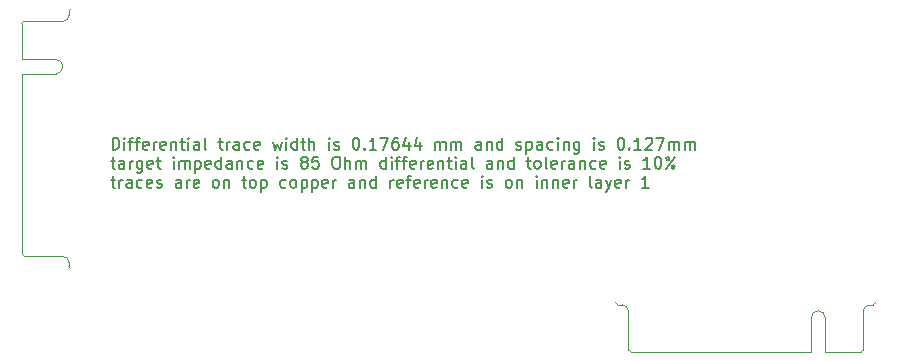
<source format=gbr>
%TF.GenerationSoftware,KiCad,Pcbnew,9.0.0*%
%TF.CreationDate,2025-04-16T12:15:50-04:00*%
%TF.ProjectId,Interposer_Board_JoneyTech,496e7465-7270-46f7-9365-725f426f6172,rev?*%
%TF.SameCoordinates,Original*%
%TF.FileFunction,Other,User*%
%FSLAX46Y46*%
G04 Gerber Fmt 4.6, Leading zero omitted, Abs format (unit mm)*
G04 Created by KiCad (PCBNEW 9.0.0) date 2025-04-16 12:15:50*
%MOMM*%
%LPD*%
G01*
G04 APERTURE LIST*
%ADD10C,0.150000*%
%ADD11C,0.050000*%
G04 APERTURE END LIST*
D10*
X113632879Y-81208531D02*
X113632879Y-80208531D01*
X113632879Y-80208531D02*
X113870974Y-80208531D01*
X113870974Y-80208531D02*
X114013831Y-80256150D01*
X114013831Y-80256150D02*
X114109069Y-80351388D01*
X114109069Y-80351388D02*
X114156688Y-80446626D01*
X114156688Y-80446626D02*
X114204307Y-80637102D01*
X114204307Y-80637102D02*
X114204307Y-80779959D01*
X114204307Y-80779959D02*
X114156688Y-80970435D01*
X114156688Y-80970435D02*
X114109069Y-81065673D01*
X114109069Y-81065673D02*
X114013831Y-81160912D01*
X114013831Y-81160912D02*
X113870974Y-81208531D01*
X113870974Y-81208531D02*
X113632879Y-81208531D01*
X114632879Y-81208531D02*
X114632879Y-80541864D01*
X114632879Y-80208531D02*
X114585260Y-80256150D01*
X114585260Y-80256150D02*
X114632879Y-80303769D01*
X114632879Y-80303769D02*
X114680498Y-80256150D01*
X114680498Y-80256150D02*
X114632879Y-80208531D01*
X114632879Y-80208531D02*
X114632879Y-80303769D01*
X114966212Y-80541864D02*
X115347164Y-80541864D01*
X115109069Y-81208531D02*
X115109069Y-80351388D01*
X115109069Y-80351388D02*
X115156688Y-80256150D01*
X115156688Y-80256150D02*
X115251926Y-80208531D01*
X115251926Y-80208531D02*
X115347164Y-80208531D01*
X115537641Y-80541864D02*
X115918593Y-80541864D01*
X115680498Y-81208531D02*
X115680498Y-80351388D01*
X115680498Y-80351388D02*
X115728117Y-80256150D01*
X115728117Y-80256150D02*
X115823355Y-80208531D01*
X115823355Y-80208531D02*
X115918593Y-80208531D01*
X116632879Y-81160912D02*
X116537641Y-81208531D01*
X116537641Y-81208531D02*
X116347165Y-81208531D01*
X116347165Y-81208531D02*
X116251927Y-81160912D01*
X116251927Y-81160912D02*
X116204308Y-81065673D01*
X116204308Y-81065673D02*
X116204308Y-80684721D01*
X116204308Y-80684721D02*
X116251927Y-80589483D01*
X116251927Y-80589483D02*
X116347165Y-80541864D01*
X116347165Y-80541864D02*
X116537641Y-80541864D01*
X116537641Y-80541864D02*
X116632879Y-80589483D01*
X116632879Y-80589483D02*
X116680498Y-80684721D01*
X116680498Y-80684721D02*
X116680498Y-80779959D01*
X116680498Y-80779959D02*
X116204308Y-80875197D01*
X117109070Y-81208531D02*
X117109070Y-80541864D01*
X117109070Y-80732340D02*
X117156689Y-80637102D01*
X117156689Y-80637102D02*
X117204308Y-80589483D01*
X117204308Y-80589483D02*
X117299546Y-80541864D01*
X117299546Y-80541864D02*
X117394784Y-80541864D01*
X118109070Y-81160912D02*
X118013832Y-81208531D01*
X118013832Y-81208531D02*
X117823356Y-81208531D01*
X117823356Y-81208531D02*
X117728118Y-81160912D01*
X117728118Y-81160912D02*
X117680499Y-81065673D01*
X117680499Y-81065673D02*
X117680499Y-80684721D01*
X117680499Y-80684721D02*
X117728118Y-80589483D01*
X117728118Y-80589483D02*
X117823356Y-80541864D01*
X117823356Y-80541864D02*
X118013832Y-80541864D01*
X118013832Y-80541864D02*
X118109070Y-80589483D01*
X118109070Y-80589483D02*
X118156689Y-80684721D01*
X118156689Y-80684721D02*
X118156689Y-80779959D01*
X118156689Y-80779959D02*
X117680499Y-80875197D01*
X118585261Y-80541864D02*
X118585261Y-81208531D01*
X118585261Y-80637102D02*
X118632880Y-80589483D01*
X118632880Y-80589483D02*
X118728118Y-80541864D01*
X118728118Y-80541864D02*
X118870975Y-80541864D01*
X118870975Y-80541864D02*
X118966213Y-80589483D01*
X118966213Y-80589483D02*
X119013832Y-80684721D01*
X119013832Y-80684721D02*
X119013832Y-81208531D01*
X119347166Y-80541864D02*
X119728118Y-80541864D01*
X119490023Y-80208531D02*
X119490023Y-81065673D01*
X119490023Y-81065673D02*
X119537642Y-81160912D01*
X119537642Y-81160912D02*
X119632880Y-81208531D01*
X119632880Y-81208531D02*
X119728118Y-81208531D01*
X120061452Y-81208531D02*
X120061452Y-80541864D01*
X120061452Y-80208531D02*
X120013833Y-80256150D01*
X120013833Y-80256150D02*
X120061452Y-80303769D01*
X120061452Y-80303769D02*
X120109071Y-80256150D01*
X120109071Y-80256150D02*
X120061452Y-80208531D01*
X120061452Y-80208531D02*
X120061452Y-80303769D01*
X120966213Y-81208531D02*
X120966213Y-80684721D01*
X120966213Y-80684721D02*
X120918594Y-80589483D01*
X120918594Y-80589483D02*
X120823356Y-80541864D01*
X120823356Y-80541864D02*
X120632880Y-80541864D01*
X120632880Y-80541864D02*
X120537642Y-80589483D01*
X120966213Y-81160912D02*
X120870975Y-81208531D01*
X120870975Y-81208531D02*
X120632880Y-81208531D01*
X120632880Y-81208531D02*
X120537642Y-81160912D01*
X120537642Y-81160912D02*
X120490023Y-81065673D01*
X120490023Y-81065673D02*
X120490023Y-80970435D01*
X120490023Y-80970435D02*
X120537642Y-80875197D01*
X120537642Y-80875197D02*
X120632880Y-80827578D01*
X120632880Y-80827578D02*
X120870975Y-80827578D01*
X120870975Y-80827578D02*
X120966213Y-80779959D01*
X121585261Y-81208531D02*
X121490023Y-81160912D01*
X121490023Y-81160912D02*
X121442404Y-81065673D01*
X121442404Y-81065673D02*
X121442404Y-80208531D01*
X122585262Y-80541864D02*
X122966214Y-80541864D01*
X122728119Y-80208531D02*
X122728119Y-81065673D01*
X122728119Y-81065673D02*
X122775738Y-81160912D01*
X122775738Y-81160912D02*
X122870976Y-81208531D01*
X122870976Y-81208531D02*
X122966214Y-81208531D01*
X123299548Y-81208531D02*
X123299548Y-80541864D01*
X123299548Y-80732340D02*
X123347167Y-80637102D01*
X123347167Y-80637102D02*
X123394786Y-80589483D01*
X123394786Y-80589483D02*
X123490024Y-80541864D01*
X123490024Y-80541864D02*
X123585262Y-80541864D01*
X124347167Y-81208531D02*
X124347167Y-80684721D01*
X124347167Y-80684721D02*
X124299548Y-80589483D01*
X124299548Y-80589483D02*
X124204310Y-80541864D01*
X124204310Y-80541864D02*
X124013834Y-80541864D01*
X124013834Y-80541864D02*
X123918596Y-80589483D01*
X124347167Y-81160912D02*
X124251929Y-81208531D01*
X124251929Y-81208531D02*
X124013834Y-81208531D01*
X124013834Y-81208531D02*
X123918596Y-81160912D01*
X123918596Y-81160912D02*
X123870977Y-81065673D01*
X123870977Y-81065673D02*
X123870977Y-80970435D01*
X123870977Y-80970435D02*
X123918596Y-80875197D01*
X123918596Y-80875197D02*
X124013834Y-80827578D01*
X124013834Y-80827578D02*
X124251929Y-80827578D01*
X124251929Y-80827578D02*
X124347167Y-80779959D01*
X125251929Y-81160912D02*
X125156691Y-81208531D01*
X125156691Y-81208531D02*
X124966215Y-81208531D01*
X124966215Y-81208531D02*
X124870977Y-81160912D01*
X124870977Y-81160912D02*
X124823358Y-81113292D01*
X124823358Y-81113292D02*
X124775739Y-81018054D01*
X124775739Y-81018054D02*
X124775739Y-80732340D01*
X124775739Y-80732340D02*
X124823358Y-80637102D01*
X124823358Y-80637102D02*
X124870977Y-80589483D01*
X124870977Y-80589483D02*
X124966215Y-80541864D01*
X124966215Y-80541864D02*
X125156691Y-80541864D01*
X125156691Y-80541864D02*
X125251929Y-80589483D01*
X126061453Y-81160912D02*
X125966215Y-81208531D01*
X125966215Y-81208531D02*
X125775739Y-81208531D01*
X125775739Y-81208531D02*
X125680501Y-81160912D01*
X125680501Y-81160912D02*
X125632882Y-81065673D01*
X125632882Y-81065673D02*
X125632882Y-80684721D01*
X125632882Y-80684721D02*
X125680501Y-80589483D01*
X125680501Y-80589483D02*
X125775739Y-80541864D01*
X125775739Y-80541864D02*
X125966215Y-80541864D01*
X125966215Y-80541864D02*
X126061453Y-80589483D01*
X126061453Y-80589483D02*
X126109072Y-80684721D01*
X126109072Y-80684721D02*
X126109072Y-80779959D01*
X126109072Y-80779959D02*
X125632882Y-80875197D01*
X127204311Y-80541864D02*
X127394787Y-81208531D01*
X127394787Y-81208531D02*
X127585263Y-80732340D01*
X127585263Y-80732340D02*
X127775739Y-81208531D01*
X127775739Y-81208531D02*
X127966215Y-80541864D01*
X128347168Y-81208531D02*
X128347168Y-80541864D01*
X128347168Y-80208531D02*
X128299549Y-80256150D01*
X128299549Y-80256150D02*
X128347168Y-80303769D01*
X128347168Y-80303769D02*
X128394787Y-80256150D01*
X128394787Y-80256150D02*
X128347168Y-80208531D01*
X128347168Y-80208531D02*
X128347168Y-80303769D01*
X129251929Y-81208531D02*
X129251929Y-80208531D01*
X129251929Y-81160912D02*
X129156691Y-81208531D01*
X129156691Y-81208531D02*
X128966215Y-81208531D01*
X128966215Y-81208531D02*
X128870977Y-81160912D01*
X128870977Y-81160912D02*
X128823358Y-81113292D01*
X128823358Y-81113292D02*
X128775739Y-81018054D01*
X128775739Y-81018054D02*
X128775739Y-80732340D01*
X128775739Y-80732340D02*
X128823358Y-80637102D01*
X128823358Y-80637102D02*
X128870977Y-80589483D01*
X128870977Y-80589483D02*
X128966215Y-80541864D01*
X128966215Y-80541864D02*
X129156691Y-80541864D01*
X129156691Y-80541864D02*
X129251929Y-80589483D01*
X129585263Y-80541864D02*
X129966215Y-80541864D01*
X129728120Y-80208531D02*
X129728120Y-81065673D01*
X129728120Y-81065673D02*
X129775739Y-81160912D01*
X129775739Y-81160912D02*
X129870977Y-81208531D01*
X129870977Y-81208531D02*
X129966215Y-81208531D01*
X130299549Y-81208531D02*
X130299549Y-80208531D01*
X130728120Y-81208531D02*
X130728120Y-80684721D01*
X130728120Y-80684721D02*
X130680501Y-80589483D01*
X130680501Y-80589483D02*
X130585263Y-80541864D01*
X130585263Y-80541864D02*
X130442406Y-80541864D01*
X130442406Y-80541864D02*
X130347168Y-80589483D01*
X130347168Y-80589483D02*
X130299549Y-80637102D01*
X131966216Y-81208531D02*
X131966216Y-80541864D01*
X131966216Y-80208531D02*
X131918597Y-80256150D01*
X131918597Y-80256150D02*
X131966216Y-80303769D01*
X131966216Y-80303769D02*
X132013835Y-80256150D01*
X132013835Y-80256150D02*
X131966216Y-80208531D01*
X131966216Y-80208531D02*
X131966216Y-80303769D01*
X132394787Y-81160912D02*
X132490025Y-81208531D01*
X132490025Y-81208531D02*
X132680501Y-81208531D01*
X132680501Y-81208531D02*
X132775739Y-81160912D01*
X132775739Y-81160912D02*
X132823358Y-81065673D01*
X132823358Y-81065673D02*
X132823358Y-81018054D01*
X132823358Y-81018054D02*
X132775739Y-80922816D01*
X132775739Y-80922816D02*
X132680501Y-80875197D01*
X132680501Y-80875197D02*
X132537644Y-80875197D01*
X132537644Y-80875197D02*
X132442406Y-80827578D01*
X132442406Y-80827578D02*
X132394787Y-80732340D01*
X132394787Y-80732340D02*
X132394787Y-80684721D01*
X132394787Y-80684721D02*
X132442406Y-80589483D01*
X132442406Y-80589483D02*
X132537644Y-80541864D01*
X132537644Y-80541864D02*
X132680501Y-80541864D01*
X132680501Y-80541864D02*
X132775739Y-80589483D01*
X134204311Y-80208531D02*
X134299549Y-80208531D01*
X134299549Y-80208531D02*
X134394787Y-80256150D01*
X134394787Y-80256150D02*
X134442406Y-80303769D01*
X134442406Y-80303769D02*
X134490025Y-80399007D01*
X134490025Y-80399007D02*
X134537644Y-80589483D01*
X134537644Y-80589483D02*
X134537644Y-80827578D01*
X134537644Y-80827578D02*
X134490025Y-81018054D01*
X134490025Y-81018054D02*
X134442406Y-81113292D01*
X134442406Y-81113292D02*
X134394787Y-81160912D01*
X134394787Y-81160912D02*
X134299549Y-81208531D01*
X134299549Y-81208531D02*
X134204311Y-81208531D01*
X134204311Y-81208531D02*
X134109073Y-81160912D01*
X134109073Y-81160912D02*
X134061454Y-81113292D01*
X134061454Y-81113292D02*
X134013835Y-81018054D01*
X134013835Y-81018054D02*
X133966216Y-80827578D01*
X133966216Y-80827578D02*
X133966216Y-80589483D01*
X133966216Y-80589483D02*
X134013835Y-80399007D01*
X134013835Y-80399007D02*
X134061454Y-80303769D01*
X134061454Y-80303769D02*
X134109073Y-80256150D01*
X134109073Y-80256150D02*
X134204311Y-80208531D01*
X134966216Y-81113292D02*
X135013835Y-81160912D01*
X135013835Y-81160912D02*
X134966216Y-81208531D01*
X134966216Y-81208531D02*
X134918597Y-81160912D01*
X134918597Y-81160912D02*
X134966216Y-81113292D01*
X134966216Y-81113292D02*
X134966216Y-81208531D01*
X135966215Y-81208531D02*
X135394787Y-81208531D01*
X135680501Y-81208531D02*
X135680501Y-80208531D01*
X135680501Y-80208531D02*
X135585263Y-80351388D01*
X135585263Y-80351388D02*
X135490025Y-80446626D01*
X135490025Y-80446626D02*
X135394787Y-80494245D01*
X136299549Y-80208531D02*
X136966215Y-80208531D01*
X136966215Y-80208531D02*
X136537644Y-81208531D01*
X137775739Y-80208531D02*
X137585263Y-80208531D01*
X137585263Y-80208531D02*
X137490025Y-80256150D01*
X137490025Y-80256150D02*
X137442406Y-80303769D01*
X137442406Y-80303769D02*
X137347168Y-80446626D01*
X137347168Y-80446626D02*
X137299549Y-80637102D01*
X137299549Y-80637102D02*
X137299549Y-81018054D01*
X137299549Y-81018054D02*
X137347168Y-81113292D01*
X137347168Y-81113292D02*
X137394787Y-81160912D01*
X137394787Y-81160912D02*
X137490025Y-81208531D01*
X137490025Y-81208531D02*
X137680501Y-81208531D01*
X137680501Y-81208531D02*
X137775739Y-81160912D01*
X137775739Y-81160912D02*
X137823358Y-81113292D01*
X137823358Y-81113292D02*
X137870977Y-81018054D01*
X137870977Y-81018054D02*
X137870977Y-80779959D01*
X137870977Y-80779959D02*
X137823358Y-80684721D01*
X137823358Y-80684721D02*
X137775739Y-80637102D01*
X137775739Y-80637102D02*
X137680501Y-80589483D01*
X137680501Y-80589483D02*
X137490025Y-80589483D01*
X137490025Y-80589483D02*
X137394787Y-80637102D01*
X137394787Y-80637102D02*
X137347168Y-80684721D01*
X137347168Y-80684721D02*
X137299549Y-80779959D01*
X138728120Y-80541864D02*
X138728120Y-81208531D01*
X138490025Y-80160912D02*
X138251930Y-80875197D01*
X138251930Y-80875197D02*
X138870977Y-80875197D01*
X139680501Y-80541864D02*
X139680501Y-81208531D01*
X139442406Y-80160912D02*
X139204311Y-80875197D01*
X139204311Y-80875197D02*
X139823358Y-80875197D01*
X140966216Y-81208531D02*
X140966216Y-80541864D01*
X140966216Y-80637102D02*
X141013835Y-80589483D01*
X141013835Y-80589483D02*
X141109073Y-80541864D01*
X141109073Y-80541864D02*
X141251930Y-80541864D01*
X141251930Y-80541864D02*
X141347168Y-80589483D01*
X141347168Y-80589483D02*
X141394787Y-80684721D01*
X141394787Y-80684721D02*
X141394787Y-81208531D01*
X141394787Y-80684721D02*
X141442406Y-80589483D01*
X141442406Y-80589483D02*
X141537644Y-80541864D01*
X141537644Y-80541864D02*
X141680501Y-80541864D01*
X141680501Y-80541864D02*
X141775740Y-80589483D01*
X141775740Y-80589483D02*
X141823359Y-80684721D01*
X141823359Y-80684721D02*
X141823359Y-81208531D01*
X142299549Y-81208531D02*
X142299549Y-80541864D01*
X142299549Y-80637102D02*
X142347168Y-80589483D01*
X142347168Y-80589483D02*
X142442406Y-80541864D01*
X142442406Y-80541864D02*
X142585263Y-80541864D01*
X142585263Y-80541864D02*
X142680501Y-80589483D01*
X142680501Y-80589483D02*
X142728120Y-80684721D01*
X142728120Y-80684721D02*
X142728120Y-81208531D01*
X142728120Y-80684721D02*
X142775739Y-80589483D01*
X142775739Y-80589483D02*
X142870977Y-80541864D01*
X142870977Y-80541864D02*
X143013834Y-80541864D01*
X143013834Y-80541864D02*
X143109073Y-80589483D01*
X143109073Y-80589483D02*
X143156692Y-80684721D01*
X143156692Y-80684721D02*
X143156692Y-81208531D01*
X144823358Y-81208531D02*
X144823358Y-80684721D01*
X144823358Y-80684721D02*
X144775739Y-80589483D01*
X144775739Y-80589483D02*
X144680501Y-80541864D01*
X144680501Y-80541864D02*
X144490025Y-80541864D01*
X144490025Y-80541864D02*
X144394787Y-80589483D01*
X144823358Y-81160912D02*
X144728120Y-81208531D01*
X144728120Y-81208531D02*
X144490025Y-81208531D01*
X144490025Y-81208531D02*
X144394787Y-81160912D01*
X144394787Y-81160912D02*
X144347168Y-81065673D01*
X144347168Y-81065673D02*
X144347168Y-80970435D01*
X144347168Y-80970435D02*
X144394787Y-80875197D01*
X144394787Y-80875197D02*
X144490025Y-80827578D01*
X144490025Y-80827578D02*
X144728120Y-80827578D01*
X144728120Y-80827578D02*
X144823358Y-80779959D01*
X145299549Y-80541864D02*
X145299549Y-81208531D01*
X145299549Y-80637102D02*
X145347168Y-80589483D01*
X145347168Y-80589483D02*
X145442406Y-80541864D01*
X145442406Y-80541864D02*
X145585263Y-80541864D01*
X145585263Y-80541864D02*
X145680501Y-80589483D01*
X145680501Y-80589483D02*
X145728120Y-80684721D01*
X145728120Y-80684721D02*
X145728120Y-81208531D01*
X146632882Y-81208531D02*
X146632882Y-80208531D01*
X146632882Y-81160912D02*
X146537644Y-81208531D01*
X146537644Y-81208531D02*
X146347168Y-81208531D01*
X146347168Y-81208531D02*
X146251930Y-81160912D01*
X146251930Y-81160912D02*
X146204311Y-81113292D01*
X146204311Y-81113292D02*
X146156692Y-81018054D01*
X146156692Y-81018054D02*
X146156692Y-80732340D01*
X146156692Y-80732340D02*
X146204311Y-80637102D01*
X146204311Y-80637102D02*
X146251930Y-80589483D01*
X146251930Y-80589483D02*
X146347168Y-80541864D01*
X146347168Y-80541864D02*
X146537644Y-80541864D01*
X146537644Y-80541864D02*
X146632882Y-80589483D01*
X147823359Y-81160912D02*
X147918597Y-81208531D01*
X147918597Y-81208531D02*
X148109073Y-81208531D01*
X148109073Y-81208531D02*
X148204311Y-81160912D01*
X148204311Y-81160912D02*
X148251930Y-81065673D01*
X148251930Y-81065673D02*
X148251930Y-81018054D01*
X148251930Y-81018054D02*
X148204311Y-80922816D01*
X148204311Y-80922816D02*
X148109073Y-80875197D01*
X148109073Y-80875197D02*
X147966216Y-80875197D01*
X147966216Y-80875197D02*
X147870978Y-80827578D01*
X147870978Y-80827578D02*
X147823359Y-80732340D01*
X147823359Y-80732340D02*
X147823359Y-80684721D01*
X147823359Y-80684721D02*
X147870978Y-80589483D01*
X147870978Y-80589483D02*
X147966216Y-80541864D01*
X147966216Y-80541864D02*
X148109073Y-80541864D01*
X148109073Y-80541864D02*
X148204311Y-80589483D01*
X148680502Y-80541864D02*
X148680502Y-81541864D01*
X148680502Y-80589483D02*
X148775740Y-80541864D01*
X148775740Y-80541864D02*
X148966216Y-80541864D01*
X148966216Y-80541864D02*
X149061454Y-80589483D01*
X149061454Y-80589483D02*
X149109073Y-80637102D01*
X149109073Y-80637102D02*
X149156692Y-80732340D01*
X149156692Y-80732340D02*
X149156692Y-81018054D01*
X149156692Y-81018054D02*
X149109073Y-81113292D01*
X149109073Y-81113292D02*
X149061454Y-81160912D01*
X149061454Y-81160912D02*
X148966216Y-81208531D01*
X148966216Y-81208531D02*
X148775740Y-81208531D01*
X148775740Y-81208531D02*
X148680502Y-81160912D01*
X150013835Y-81208531D02*
X150013835Y-80684721D01*
X150013835Y-80684721D02*
X149966216Y-80589483D01*
X149966216Y-80589483D02*
X149870978Y-80541864D01*
X149870978Y-80541864D02*
X149680502Y-80541864D01*
X149680502Y-80541864D02*
X149585264Y-80589483D01*
X150013835Y-81160912D02*
X149918597Y-81208531D01*
X149918597Y-81208531D02*
X149680502Y-81208531D01*
X149680502Y-81208531D02*
X149585264Y-81160912D01*
X149585264Y-81160912D02*
X149537645Y-81065673D01*
X149537645Y-81065673D02*
X149537645Y-80970435D01*
X149537645Y-80970435D02*
X149585264Y-80875197D01*
X149585264Y-80875197D02*
X149680502Y-80827578D01*
X149680502Y-80827578D02*
X149918597Y-80827578D01*
X149918597Y-80827578D02*
X150013835Y-80779959D01*
X150918597Y-81160912D02*
X150823359Y-81208531D01*
X150823359Y-81208531D02*
X150632883Y-81208531D01*
X150632883Y-81208531D02*
X150537645Y-81160912D01*
X150537645Y-81160912D02*
X150490026Y-81113292D01*
X150490026Y-81113292D02*
X150442407Y-81018054D01*
X150442407Y-81018054D02*
X150442407Y-80732340D01*
X150442407Y-80732340D02*
X150490026Y-80637102D01*
X150490026Y-80637102D02*
X150537645Y-80589483D01*
X150537645Y-80589483D02*
X150632883Y-80541864D01*
X150632883Y-80541864D02*
X150823359Y-80541864D01*
X150823359Y-80541864D02*
X150918597Y-80589483D01*
X151347169Y-81208531D02*
X151347169Y-80541864D01*
X151347169Y-80208531D02*
X151299550Y-80256150D01*
X151299550Y-80256150D02*
X151347169Y-80303769D01*
X151347169Y-80303769D02*
X151394788Y-80256150D01*
X151394788Y-80256150D02*
X151347169Y-80208531D01*
X151347169Y-80208531D02*
X151347169Y-80303769D01*
X151823359Y-80541864D02*
X151823359Y-81208531D01*
X151823359Y-80637102D02*
X151870978Y-80589483D01*
X151870978Y-80589483D02*
X151966216Y-80541864D01*
X151966216Y-80541864D02*
X152109073Y-80541864D01*
X152109073Y-80541864D02*
X152204311Y-80589483D01*
X152204311Y-80589483D02*
X152251930Y-80684721D01*
X152251930Y-80684721D02*
X152251930Y-81208531D01*
X153156692Y-80541864D02*
X153156692Y-81351388D01*
X153156692Y-81351388D02*
X153109073Y-81446626D01*
X153109073Y-81446626D02*
X153061454Y-81494245D01*
X153061454Y-81494245D02*
X152966216Y-81541864D01*
X152966216Y-81541864D02*
X152823359Y-81541864D01*
X152823359Y-81541864D02*
X152728121Y-81494245D01*
X153156692Y-81160912D02*
X153061454Y-81208531D01*
X153061454Y-81208531D02*
X152870978Y-81208531D01*
X152870978Y-81208531D02*
X152775740Y-81160912D01*
X152775740Y-81160912D02*
X152728121Y-81113292D01*
X152728121Y-81113292D02*
X152680502Y-81018054D01*
X152680502Y-81018054D02*
X152680502Y-80732340D01*
X152680502Y-80732340D02*
X152728121Y-80637102D01*
X152728121Y-80637102D02*
X152775740Y-80589483D01*
X152775740Y-80589483D02*
X152870978Y-80541864D01*
X152870978Y-80541864D02*
X153061454Y-80541864D01*
X153061454Y-80541864D02*
X153156692Y-80589483D01*
X154394788Y-81208531D02*
X154394788Y-80541864D01*
X154394788Y-80208531D02*
X154347169Y-80256150D01*
X154347169Y-80256150D02*
X154394788Y-80303769D01*
X154394788Y-80303769D02*
X154442407Y-80256150D01*
X154442407Y-80256150D02*
X154394788Y-80208531D01*
X154394788Y-80208531D02*
X154394788Y-80303769D01*
X154823359Y-81160912D02*
X154918597Y-81208531D01*
X154918597Y-81208531D02*
X155109073Y-81208531D01*
X155109073Y-81208531D02*
X155204311Y-81160912D01*
X155204311Y-81160912D02*
X155251930Y-81065673D01*
X155251930Y-81065673D02*
X155251930Y-81018054D01*
X155251930Y-81018054D02*
X155204311Y-80922816D01*
X155204311Y-80922816D02*
X155109073Y-80875197D01*
X155109073Y-80875197D02*
X154966216Y-80875197D01*
X154966216Y-80875197D02*
X154870978Y-80827578D01*
X154870978Y-80827578D02*
X154823359Y-80732340D01*
X154823359Y-80732340D02*
X154823359Y-80684721D01*
X154823359Y-80684721D02*
X154870978Y-80589483D01*
X154870978Y-80589483D02*
X154966216Y-80541864D01*
X154966216Y-80541864D02*
X155109073Y-80541864D01*
X155109073Y-80541864D02*
X155204311Y-80589483D01*
X156632883Y-80208531D02*
X156728121Y-80208531D01*
X156728121Y-80208531D02*
X156823359Y-80256150D01*
X156823359Y-80256150D02*
X156870978Y-80303769D01*
X156870978Y-80303769D02*
X156918597Y-80399007D01*
X156918597Y-80399007D02*
X156966216Y-80589483D01*
X156966216Y-80589483D02*
X156966216Y-80827578D01*
X156966216Y-80827578D02*
X156918597Y-81018054D01*
X156918597Y-81018054D02*
X156870978Y-81113292D01*
X156870978Y-81113292D02*
X156823359Y-81160912D01*
X156823359Y-81160912D02*
X156728121Y-81208531D01*
X156728121Y-81208531D02*
X156632883Y-81208531D01*
X156632883Y-81208531D02*
X156537645Y-81160912D01*
X156537645Y-81160912D02*
X156490026Y-81113292D01*
X156490026Y-81113292D02*
X156442407Y-81018054D01*
X156442407Y-81018054D02*
X156394788Y-80827578D01*
X156394788Y-80827578D02*
X156394788Y-80589483D01*
X156394788Y-80589483D02*
X156442407Y-80399007D01*
X156442407Y-80399007D02*
X156490026Y-80303769D01*
X156490026Y-80303769D02*
X156537645Y-80256150D01*
X156537645Y-80256150D02*
X156632883Y-80208531D01*
X157394788Y-81113292D02*
X157442407Y-81160912D01*
X157442407Y-81160912D02*
X157394788Y-81208531D01*
X157394788Y-81208531D02*
X157347169Y-81160912D01*
X157347169Y-81160912D02*
X157394788Y-81113292D01*
X157394788Y-81113292D02*
X157394788Y-81208531D01*
X158394787Y-81208531D02*
X157823359Y-81208531D01*
X158109073Y-81208531D02*
X158109073Y-80208531D01*
X158109073Y-80208531D02*
X158013835Y-80351388D01*
X158013835Y-80351388D02*
X157918597Y-80446626D01*
X157918597Y-80446626D02*
X157823359Y-80494245D01*
X158775740Y-80303769D02*
X158823359Y-80256150D01*
X158823359Y-80256150D02*
X158918597Y-80208531D01*
X158918597Y-80208531D02*
X159156692Y-80208531D01*
X159156692Y-80208531D02*
X159251930Y-80256150D01*
X159251930Y-80256150D02*
X159299549Y-80303769D01*
X159299549Y-80303769D02*
X159347168Y-80399007D01*
X159347168Y-80399007D02*
X159347168Y-80494245D01*
X159347168Y-80494245D02*
X159299549Y-80637102D01*
X159299549Y-80637102D02*
X158728121Y-81208531D01*
X158728121Y-81208531D02*
X159347168Y-81208531D01*
X159680502Y-80208531D02*
X160347168Y-80208531D01*
X160347168Y-80208531D02*
X159918597Y-81208531D01*
X160728121Y-81208531D02*
X160728121Y-80541864D01*
X160728121Y-80637102D02*
X160775740Y-80589483D01*
X160775740Y-80589483D02*
X160870978Y-80541864D01*
X160870978Y-80541864D02*
X161013835Y-80541864D01*
X161013835Y-80541864D02*
X161109073Y-80589483D01*
X161109073Y-80589483D02*
X161156692Y-80684721D01*
X161156692Y-80684721D02*
X161156692Y-81208531D01*
X161156692Y-80684721D02*
X161204311Y-80589483D01*
X161204311Y-80589483D02*
X161299549Y-80541864D01*
X161299549Y-80541864D02*
X161442406Y-80541864D01*
X161442406Y-80541864D02*
X161537645Y-80589483D01*
X161537645Y-80589483D02*
X161585264Y-80684721D01*
X161585264Y-80684721D02*
X161585264Y-81208531D01*
X162061454Y-81208531D02*
X162061454Y-80541864D01*
X162061454Y-80637102D02*
X162109073Y-80589483D01*
X162109073Y-80589483D02*
X162204311Y-80541864D01*
X162204311Y-80541864D02*
X162347168Y-80541864D01*
X162347168Y-80541864D02*
X162442406Y-80589483D01*
X162442406Y-80589483D02*
X162490025Y-80684721D01*
X162490025Y-80684721D02*
X162490025Y-81208531D01*
X162490025Y-80684721D02*
X162537644Y-80589483D01*
X162537644Y-80589483D02*
X162632882Y-80541864D01*
X162632882Y-80541864D02*
X162775739Y-80541864D01*
X162775739Y-80541864D02*
X162870978Y-80589483D01*
X162870978Y-80589483D02*
X162918597Y-80684721D01*
X162918597Y-80684721D02*
X162918597Y-81208531D01*
X113490022Y-82151808D02*
X113870974Y-82151808D01*
X113632879Y-81818475D02*
X113632879Y-82675617D01*
X113632879Y-82675617D02*
X113680498Y-82770856D01*
X113680498Y-82770856D02*
X113775736Y-82818475D01*
X113775736Y-82818475D02*
X113870974Y-82818475D01*
X114632879Y-82818475D02*
X114632879Y-82294665D01*
X114632879Y-82294665D02*
X114585260Y-82199427D01*
X114585260Y-82199427D02*
X114490022Y-82151808D01*
X114490022Y-82151808D02*
X114299546Y-82151808D01*
X114299546Y-82151808D02*
X114204308Y-82199427D01*
X114632879Y-82770856D02*
X114537641Y-82818475D01*
X114537641Y-82818475D02*
X114299546Y-82818475D01*
X114299546Y-82818475D02*
X114204308Y-82770856D01*
X114204308Y-82770856D02*
X114156689Y-82675617D01*
X114156689Y-82675617D02*
X114156689Y-82580379D01*
X114156689Y-82580379D02*
X114204308Y-82485141D01*
X114204308Y-82485141D02*
X114299546Y-82437522D01*
X114299546Y-82437522D02*
X114537641Y-82437522D01*
X114537641Y-82437522D02*
X114632879Y-82389903D01*
X115109070Y-82818475D02*
X115109070Y-82151808D01*
X115109070Y-82342284D02*
X115156689Y-82247046D01*
X115156689Y-82247046D02*
X115204308Y-82199427D01*
X115204308Y-82199427D02*
X115299546Y-82151808D01*
X115299546Y-82151808D02*
X115394784Y-82151808D01*
X116156689Y-82151808D02*
X116156689Y-82961332D01*
X116156689Y-82961332D02*
X116109070Y-83056570D01*
X116109070Y-83056570D02*
X116061451Y-83104189D01*
X116061451Y-83104189D02*
X115966213Y-83151808D01*
X115966213Y-83151808D02*
X115823356Y-83151808D01*
X115823356Y-83151808D02*
X115728118Y-83104189D01*
X116156689Y-82770856D02*
X116061451Y-82818475D01*
X116061451Y-82818475D02*
X115870975Y-82818475D01*
X115870975Y-82818475D02*
X115775737Y-82770856D01*
X115775737Y-82770856D02*
X115728118Y-82723236D01*
X115728118Y-82723236D02*
X115680499Y-82627998D01*
X115680499Y-82627998D02*
X115680499Y-82342284D01*
X115680499Y-82342284D02*
X115728118Y-82247046D01*
X115728118Y-82247046D02*
X115775737Y-82199427D01*
X115775737Y-82199427D02*
X115870975Y-82151808D01*
X115870975Y-82151808D02*
X116061451Y-82151808D01*
X116061451Y-82151808D02*
X116156689Y-82199427D01*
X117013832Y-82770856D02*
X116918594Y-82818475D01*
X116918594Y-82818475D02*
X116728118Y-82818475D01*
X116728118Y-82818475D02*
X116632880Y-82770856D01*
X116632880Y-82770856D02*
X116585261Y-82675617D01*
X116585261Y-82675617D02*
X116585261Y-82294665D01*
X116585261Y-82294665D02*
X116632880Y-82199427D01*
X116632880Y-82199427D02*
X116728118Y-82151808D01*
X116728118Y-82151808D02*
X116918594Y-82151808D01*
X116918594Y-82151808D02*
X117013832Y-82199427D01*
X117013832Y-82199427D02*
X117061451Y-82294665D01*
X117061451Y-82294665D02*
X117061451Y-82389903D01*
X117061451Y-82389903D02*
X116585261Y-82485141D01*
X117347166Y-82151808D02*
X117728118Y-82151808D01*
X117490023Y-81818475D02*
X117490023Y-82675617D01*
X117490023Y-82675617D02*
X117537642Y-82770856D01*
X117537642Y-82770856D02*
X117632880Y-82818475D01*
X117632880Y-82818475D02*
X117728118Y-82818475D01*
X118823357Y-82818475D02*
X118823357Y-82151808D01*
X118823357Y-81818475D02*
X118775738Y-81866094D01*
X118775738Y-81866094D02*
X118823357Y-81913713D01*
X118823357Y-81913713D02*
X118870976Y-81866094D01*
X118870976Y-81866094D02*
X118823357Y-81818475D01*
X118823357Y-81818475D02*
X118823357Y-81913713D01*
X119299547Y-82818475D02*
X119299547Y-82151808D01*
X119299547Y-82247046D02*
X119347166Y-82199427D01*
X119347166Y-82199427D02*
X119442404Y-82151808D01*
X119442404Y-82151808D02*
X119585261Y-82151808D01*
X119585261Y-82151808D02*
X119680499Y-82199427D01*
X119680499Y-82199427D02*
X119728118Y-82294665D01*
X119728118Y-82294665D02*
X119728118Y-82818475D01*
X119728118Y-82294665D02*
X119775737Y-82199427D01*
X119775737Y-82199427D02*
X119870975Y-82151808D01*
X119870975Y-82151808D02*
X120013832Y-82151808D01*
X120013832Y-82151808D02*
X120109071Y-82199427D01*
X120109071Y-82199427D02*
X120156690Y-82294665D01*
X120156690Y-82294665D02*
X120156690Y-82818475D01*
X120632880Y-82151808D02*
X120632880Y-83151808D01*
X120632880Y-82199427D02*
X120728118Y-82151808D01*
X120728118Y-82151808D02*
X120918594Y-82151808D01*
X120918594Y-82151808D02*
X121013832Y-82199427D01*
X121013832Y-82199427D02*
X121061451Y-82247046D01*
X121061451Y-82247046D02*
X121109070Y-82342284D01*
X121109070Y-82342284D02*
X121109070Y-82627998D01*
X121109070Y-82627998D02*
X121061451Y-82723236D01*
X121061451Y-82723236D02*
X121013832Y-82770856D01*
X121013832Y-82770856D02*
X120918594Y-82818475D01*
X120918594Y-82818475D02*
X120728118Y-82818475D01*
X120728118Y-82818475D02*
X120632880Y-82770856D01*
X121918594Y-82770856D02*
X121823356Y-82818475D01*
X121823356Y-82818475D02*
X121632880Y-82818475D01*
X121632880Y-82818475D02*
X121537642Y-82770856D01*
X121537642Y-82770856D02*
X121490023Y-82675617D01*
X121490023Y-82675617D02*
X121490023Y-82294665D01*
X121490023Y-82294665D02*
X121537642Y-82199427D01*
X121537642Y-82199427D02*
X121632880Y-82151808D01*
X121632880Y-82151808D02*
X121823356Y-82151808D01*
X121823356Y-82151808D02*
X121918594Y-82199427D01*
X121918594Y-82199427D02*
X121966213Y-82294665D01*
X121966213Y-82294665D02*
X121966213Y-82389903D01*
X121966213Y-82389903D02*
X121490023Y-82485141D01*
X122823356Y-82818475D02*
X122823356Y-81818475D01*
X122823356Y-82770856D02*
X122728118Y-82818475D01*
X122728118Y-82818475D02*
X122537642Y-82818475D01*
X122537642Y-82818475D02*
X122442404Y-82770856D01*
X122442404Y-82770856D02*
X122394785Y-82723236D01*
X122394785Y-82723236D02*
X122347166Y-82627998D01*
X122347166Y-82627998D02*
X122347166Y-82342284D01*
X122347166Y-82342284D02*
X122394785Y-82247046D01*
X122394785Y-82247046D02*
X122442404Y-82199427D01*
X122442404Y-82199427D02*
X122537642Y-82151808D01*
X122537642Y-82151808D02*
X122728118Y-82151808D01*
X122728118Y-82151808D02*
X122823356Y-82199427D01*
X123728118Y-82818475D02*
X123728118Y-82294665D01*
X123728118Y-82294665D02*
X123680499Y-82199427D01*
X123680499Y-82199427D02*
X123585261Y-82151808D01*
X123585261Y-82151808D02*
X123394785Y-82151808D01*
X123394785Y-82151808D02*
X123299547Y-82199427D01*
X123728118Y-82770856D02*
X123632880Y-82818475D01*
X123632880Y-82818475D02*
X123394785Y-82818475D01*
X123394785Y-82818475D02*
X123299547Y-82770856D01*
X123299547Y-82770856D02*
X123251928Y-82675617D01*
X123251928Y-82675617D02*
X123251928Y-82580379D01*
X123251928Y-82580379D02*
X123299547Y-82485141D01*
X123299547Y-82485141D02*
X123394785Y-82437522D01*
X123394785Y-82437522D02*
X123632880Y-82437522D01*
X123632880Y-82437522D02*
X123728118Y-82389903D01*
X124204309Y-82151808D02*
X124204309Y-82818475D01*
X124204309Y-82247046D02*
X124251928Y-82199427D01*
X124251928Y-82199427D02*
X124347166Y-82151808D01*
X124347166Y-82151808D02*
X124490023Y-82151808D01*
X124490023Y-82151808D02*
X124585261Y-82199427D01*
X124585261Y-82199427D02*
X124632880Y-82294665D01*
X124632880Y-82294665D02*
X124632880Y-82818475D01*
X125537642Y-82770856D02*
X125442404Y-82818475D01*
X125442404Y-82818475D02*
X125251928Y-82818475D01*
X125251928Y-82818475D02*
X125156690Y-82770856D01*
X125156690Y-82770856D02*
X125109071Y-82723236D01*
X125109071Y-82723236D02*
X125061452Y-82627998D01*
X125061452Y-82627998D02*
X125061452Y-82342284D01*
X125061452Y-82342284D02*
X125109071Y-82247046D01*
X125109071Y-82247046D02*
X125156690Y-82199427D01*
X125156690Y-82199427D02*
X125251928Y-82151808D01*
X125251928Y-82151808D02*
X125442404Y-82151808D01*
X125442404Y-82151808D02*
X125537642Y-82199427D01*
X126347166Y-82770856D02*
X126251928Y-82818475D01*
X126251928Y-82818475D02*
X126061452Y-82818475D01*
X126061452Y-82818475D02*
X125966214Y-82770856D01*
X125966214Y-82770856D02*
X125918595Y-82675617D01*
X125918595Y-82675617D02*
X125918595Y-82294665D01*
X125918595Y-82294665D02*
X125966214Y-82199427D01*
X125966214Y-82199427D02*
X126061452Y-82151808D01*
X126061452Y-82151808D02*
X126251928Y-82151808D01*
X126251928Y-82151808D02*
X126347166Y-82199427D01*
X126347166Y-82199427D02*
X126394785Y-82294665D01*
X126394785Y-82294665D02*
X126394785Y-82389903D01*
X126394785Y-82389903D02*
X125918595Y-82485141D01*
X127585262Y-82818475D02*
X127585262Y-82151808D01*
X127585262Y-81818475D02*
X127537643Y-81866094D01*
X127537643Y-81866094D02*
X127585262Y-81913713D01*
X127585262Y-81913713D02*
X127632881Y-81866094D01*
X127632881Y-81866094D02*
X127585262Y-81818475D01*
X127585262Y-81818475D02*
X127585262Y-81913713D01*
X128013833Y-82770856D02*
X128109071Y-82818475D01*
X128109071Y-82818475D02*
X128299547Y-82818475D01*
X128299547Y-82818475D02*
X128394785Y-82770856D01*
X128394785Y-82770856D02*
X128442404Y-82675617D01*
X128442404Y-82675617D02*
X128442404Y-82627998D01*
X128442404Y-82627998D02*
X128394785Y-82532760D01*
X128394785Y-82532760D02*
X128299547Y-82485141D01*
X128299547Y-82485141D02*
X128156690Y-82485141D01*
X128156690Y-82485141D02*
X128061452Y-82437522D01*
X128061452Y-82437522D02*
X128013833Y-82342284D01*
X128013833Y-82342284D02*
X128013833Y-82294665D01*
X128013833Y-82294665D02*
X128061452Y-82199427D01*
X128061452Y-82199427D02*
X128156690Y-82151808D01*
X128156690Y-82151808D02*
X128299547Y-82151808D01*
X128299547Y-82151808D02*
X128394785Y-82199427D01*
X129775738Y-82247046D02*
X129680500Y-82199427D01*
X129680500Y-82199427D02*
X129632881Y-82151808D01*
X129632881Y-82151808D02*
X129585262Y-82056570D01*
X129585262Y-82056570D02*
X129585262Y-82008951D01*
X129585262Y-82008951D02*
X129632881Y-81913713D01*
X129632881Y-81913713D02*
X129680500Y-81866094D01*
X129680500Y-81866094D02*
X129775738Y-81818475D01*
X129775738Y-81818475D02*
X129966214Y-81818475D01*
X129966214Y-81818475D02*
X130061452Y-81866094D01*
X130061452Y-81866094D02*
X130109071Y-81913713D01*
X130109071Y-81913713D02*
X130156690Y-82008951D01*
X130156690Y-82008951D02*
X130156690Y-82056570D01*
X130156690Y-82056570D02*
X130109071Y-82151808D01*
X130109071Y-82151808D02*
X130061452Y-82199427D01*
X130061452Y-82199427D02*
X129966214Y-82247046D01*
X129966214Y-82247046D02*
X129775738Y-82247046D01*
X129775738Y-82247046D02*
X129680500Y-82294665D01*
X129680500Y-82294665D02*
X129632881Y-82342284D01*
X129632881Y-82342284D02*
X129585262Y-82437522D01*
X129585262Y-82437522D02*
X129585262Y-82627998D01*
X129585262Y-82627998D02*
X129632881Y-82723236D01*
X129632881Y-82723236D02*
X129680500Y-82770856D01*
X129680500Y-82770856D02*
X129775738Y-82818475D01*
X129775738Y-82818475D02*
X129966214Y-82818475D01*
X129966214Y-82818475D02*
X130061452Y-82770856D01*
X130061452Y-82770856D02*
X130109071Y-82723236D01*
X130109071Y-82723236D02*
X130156690Y-82627998D01*
X130156690Y-82627998D02*
X130156690Y-82437522D01*
X130156690Y-82437522D02*
X130109071Y-82342284D01*
X130109071Y-82342284D02*
X130061452Y-82294665D01*
X130061452Y-82294665D02*
X129966214Y-82247046D01*
X131061452Y-81818475D02*
X130585262Y-81818475D01*
X130585262Y-81818475D02*
X130537643Y-82294665D01*
X130537643Y-82294665D02*
X130585262Y-82247046D01*
X130585262Y-82247046D02*
X130680500Y-82199427D01*
X130680500Y-82199427D02*
X130918595Y-82199427D01*
X130918595Y-82199427D02*
X131013833Y-82247046D01*
X131013833Y-82247046D02*
X131061452Y-82294665D01*
X131061452Y-82294665D02*
X131109071Y-82389903D01*
X131109071Y-82389903D02*
X131109071Y-82627998D01*
X131109071Y-82627998D02*
X131061452Y-82723236D01*
X131061452Y-82723236D02*
X131013833Y-82770856D01*
X131013833Y-82770856D02*
X130918595Y-82818475D01*
X130918595Y-82818475D02*
X130680500Y-82818475D01*
X130680500Y-82818475D02*
X130585262Y-82770856D01*
X130585262Y-82770856D02*
X130537643Y-82723236D01*
X132490024Y-81818475D02*
X132680500Y-81818475D01*
X132680500Y-81818475D02*
X132775738Y-81866094D01*
X132775738Y-81866094D02*
X132870976Y-81961332D01*
X132870976Y-81961332D02*
X132918595Y-82151808D01*
X132918595Y-82151808D02*
X132918595Y-82485141D01*
X132918595Y-82485141D02*
X132870976Y-82675617D01*
X132870976Y-82675617D02*
X132775738Y-82770856D01*
X132775738Y-82770856D02*
X132680500Y-82818475D01*
X132680500Y-82818475D02*
X132490024Y-82818475D01*
X132490024Y-82818475D02*
X132394786Y-82770856D01*
X132394786Y-82770856D02*
X132299548Y-82675617D01*
X132299548Y-82675617D02*
X132251929Y-82485141D01*
X132251929Y-82485141D02*
X132251929Y-82151808D01*
X132251929Y-82151808D02*
X132299548Y-81961332D01*
X132299548Y-81961332D02*
X132394786Y-81866094D01*
X132394786Y-81866094D02*
X132490024Y-81818475D01*
X133347167Y-82818475D02*
X133347167Y-81818475D01*
X133775738Y-82818475D02*
X133775738Y-82294665D01*
X133775738Y-82294665D02*
X133728119Y-82199427D01*
X133728119Y-82199427D02*
X133632881Y-82151808D01*
X133632881Y-82151808D02*
X133490024Y-82151808D01*
X133490024Y-82151808D02*
X133394786Y-82199427D01*
X133394786Y-82199427D02*
X133347167Y-82247046D01*
X134251929Y-82818475D02*
X134251929Y-82151808D01*
X134251929Y-82247046D02*
X134299548Y-82199427D01*
X134299548Y-82199427D02*
X134394786Y-82151808D01*
X134394786Y-82151808D02*
X134537643Y-82151808D01*
X134537643Y-82151808D02*
X134632881Y-82199427D01*
X134632881Y-82199427D02*
X134680500Y-82294665D01*
X134680500Y-82294665D02*
X134680500Y-82818475D01*
X134680500Y-82294665D02*
X134728119Y-82199427D01*
X134728119Y-82199427D02*
X134823357Y-82151808D01*
X134823357Y-82151808D02*
X134966214Y-82151808D01*
X134966214Y-82151808D02*
X135061453Y-82199427D01*
X135061453Y-82199427D02*
X135109072Y-82294665D01*
X135109072Y-82294665D02*
X135109072Y-82818475D01*
X136775738Y-82818475D02*
X136775738Y-81818475D01*
X136775738Y-82770856D02*
X136680500Y-82818475D01*
X136680500Y-82818475D02*
X136490024Y-82818475D01*
X136490024Y-82818475D02*
X136394786Y-82770856D01*
X136394786Y-82770856D02*
X136347167Y-82723236D01*
X136347167Y-82723236D02*
X136299548Y-82627998D01*
X136299548Y-82627998D02*
X136299548Y-82342284D01*
X136299548Y-82342284D02*
X136347167Y-82247046D01*
X136347167Y-82247046D02*
X136394786Y-82199427D01*
X136394786Y-82199427D02*
X136490024Y-82151808D01*
X136490024Y-82151808D02*
X136680500Y-82151808D01*
X136680500Y-82151808D02*
X136775738Y-82199427D01*
X137251929Y-82818475D02*
X137251929Y-82151808D01*
X137251929Y-81818475D02*
X137204310Y-81866094D01*
X137204310Y-81866094D02*
X137251929Y-81913713D01*
X137251929Y-81913713D02*
X137299548Y-81866094D01*
X137299548Y-81866094D02*
X137251929Y-81818475D01*
X137251929Y-81818475D02*
X137251929Y-81913713D01*
X137585262Y-82151808D02*
X137966214Y-82151808D01*
X137728119Y-82818475D02*
X137728119Y-81961332D01*
X137728119Y-81961332D02*
X137775738Y-81866094D01*
X137775738Y-81866094D02*
X137870976Y-81818475D01*
X137870976Y-81818475D02*
X137966214Y-81818475D01*
X138156691Y-82151808D02*
X138537643Y-82151808D01*
X138299548Y-82818475D02*
X138299548Y-81961332D01*
X138299548Y-81961332D02*
X138347167Y-81866094D01*
X138347167Y-81866094D02*
X138442405Y-81818475D01*
X138442405Y-81818475D02*
X138537643Y-81818475D01*
X139251929Y-82770856D02*
X139156691Y-82818475D01*
X139156691Y-82818475D02*
X138966215Y-82818475D01*
X138966215Y-82818475D02*
X138870977Y-82770856D01*
X138870977Y-82770856D02*
X138823358Y-82675617D01*
X138823358Y-82675617D02*
X138823358Y-82294665D01*
X138823358Y-82294665D02*
X138870977Y-82199427D01*
X138870977Y-82199427D02*
X138966215Y-82151808D01*
X138966215Y-82151808D02*
X139156691Y-82151808D01*
X139156691Y-82151808D02*
X139251929Y-82199427D01*
X139251929Y-82199427D02*
X139299548Y-82294665D01*
X139299548Y-82294665D02*
X139299548Y-82389903D01*
X139299548Y-82389903D02*
X138823358Y-82485141D01*
X139728120Y-82818475D02*
X139728120Y-82151808D01*
X139728120Y-82342284D02*
X139775739Y-82247046D01*
X139775739Y-82247046D02*
X139823358Y-82199427D01*
X139823358Y-82199427D02*
X139918596Y-82151808D01*
X139918596Y-82151808D02*
X140013834Y-82151808D01*
X140728120Y-82770856D02*
X140632882Y-82818475D01*
X140632882Y-82818475D02*
X140442406Y-82818475D01*
X140442406Y-82818475D02*
X140347168Y-82770856D01*
X140347168Y-82770856D02*
X140299549Y-82675617D01*
X140299549Y-82675617D02*
X140299549Y-82294665D01*
X140299549Y-82294665D02*
X140347168Y-82199427D01*
X140347168Y-82199427D02*
X140442406Y-82151808D01*
X140442406Y-82151808D02*
X140632882Y-82151808D01*
X140632882Y-82151808D02*
X140728120Y-82199427D01*
X140728120Y-82199427D02*
X140775739Y-82294665D01*
X140775739Y-82294665D02*
X140775739Y-82389903D01*
X140775739Y-82389903D02*
X140299549Y-82485141D01*
X141204311Y-82151808D02*
X141204311Y-82818475D01*
X141204311Y-82247046D02*
X141251930Y-82199427D01*
X141251930Y-82199427D02*
X141347168Y-82151808D01*
X141347168Y-82151808D02*
X141490025Y-82151808D01*
X141490025Y-82151808D02*
X141585263Y-82199427D01*
X141585263Y-82199427D02*
X141632882Y-82294665D01*
X141632882Y-82294665D02*
X141632882Y-82818475D01*
X141966216Y-82151808D02*
X142347168Y-82151808D01*
X142109073Y-81818475D02*
X142109073Y-82675617D01*
X142109073Y-82675617D02*
X142156692Y-82770856D01*
X142156692Y-82770856D02*
X142251930Y-82818475D01*
X142251930Y-82818475D02*
X142347168Y-82818475D01*
X142680502Y-82818475D02*
X142680502Y-82151808D01*
X142680502Y-81818475D02*
X142632883Y-81866094D01*
X142632883Y-81866094D02*
X142680502Y-81913713D01*
X142680502Y-81913713D02*
X142728121Y-81866094D01*
X142728121Y-81866094D02*
X142680502Y-81818475D01*
X142680502Y-81818475D02*
X142680502Y-81913713D01*
X143585263Y-82818475D02*
X143585263Y-82294665D01*
X143585263Y-82294665D02*
X143537644Y-82199427D01*
X143537644Y-82199427D02*
X143442406Y-82151808D01*
X143442406Y-82151808D02*
X143251930Y-82151808D01*
X143251930Y-82151808D02*
X143156692Y-82199427D01*
X143585263Y-82770856D02*
X143490025Y-82818475D01*
X143490025Y-82818475D02*
X143251930Y-82818475D01*
X143251930Y-82818475D02*
X143156692Y-82770856D01*
X143156692Y-82770856D02*
X143109073Y-82675617D01*
X143109073Y-82675617D02*
X143109073Y-82580379D01*
X143109073Y-82580379D02*
X143156692Y-82485141D01*
X143156692Y-82485141D02*
X143251930Y-82437522D01*
X143251930Y-82437522D02*
X143490025Y-82437522D01*
X143490025Y-82437522D02*
X143585263Y-82389903D01*
X144204311Y-82818475D02*
X144109073Y-82770856D01*
X144109073Y-82770856D02*
X144061454Y-82675617D01*
X144061454Y-82675617D02*
X144061454Y-81818475D01*
X145775740Y-82818475D02*
X145775740Y-82294665D01*
X145775740Y-82294665D02*
X145728121Y-82199427D01*
X145728121Y-82199427D02*
X145632883Y-82151808D01*
X145632883Y-82151808D02*
X145442407Y-82151808D01*
X145442407Y-82151808D02*
X145347169Y-82199427D01*
X145775740Y-82770856D02*
X145680502Y-82818475D01*
X145680502Y-82818475D02*
X145442407Y-82818475D01*
X145442407Y-82818475D02*
X145347169Y-82770856D01*
X145347169Y-82770856D02*
X145299550Y-82675617D01*
X145299550Y-82675617D02*
X145299550Y-82580379D01*
X145299550Y-82580379D02*
X145347169Y-82485141D01*
X145347169Y-82485141D02*
X145442407Y-82437522D01*
X145442407Y-82437522D02*
X145680502Y-82437522D01*
X145680502Y-82437522D02*
X145775740Y-82389903D01*
X146251931Y-82151808D02*
X146251931Y-82818475D01*
X146251931Y-82247046D02*
X146299550Y-82199427D01*
X146299550Y-82199427D02*
X146394788Y-82151808D01*
X146394788Y-82151808D02*
X146537645Y-82151808D01*
X146537645Y-82151808D02*
X146632883Y-82199427D01*
X146632883Y-82199427D02*
X146680502Y-82294665D01*
X146680502Y-82294665D02*
X146680502Y-82818475D01*
X147585264Y-82818475D02*
X147585264Y-81818475D01*
X147585264Y-82770856D02*
X147490026Y-82818475D01*
X147490026Y-82818475D02*
X147299550Y-82818475D01*
X147299550Y-82818475D02*
X147204312Y-82770856D01*
X147204312Y-82770856D02*
X147156693Y-82723236D01*
X147156693Y-82723236D02*
X147109074Y-82627998D01*
X147109074Y-82627998D02*
X147109074Y-82342284D01*
X147109074Y-82342284D02*
X147156693Y-82247046D01*
X147156693Y-82247046D02*
X147204312Y-82199427D01*
X147204312Y-82199427D02*
X147299550Y-82151808D01*
X147299550Y-82151808D02*
X147490026Y-82151808D01*
X147490026Y-82151808D02*
X147585264Y-82199427D01*
X148680503Y-82151808D02*
X149061455Y-82151808D01*
X148823360Y-81818475D02*
X148823360Y-82675617D01*
X148823360Y-82675617D02*
X148870979Y-82770856D01*
X148870979Y-82770856D02*
X148966217Y-82818475D01*
X148966217Y-82818475D02*
X149061455Y-82818475D01*
X149537646Y-82818475D02*
X149442408Y-82770856D01*
X149442408Y-82770856D02*
X149394789Y-82723236D01*
X149394789Y-82723236D02*
X149347170Y-82627998D01*
X149347170Y-82627998D02*
X149347170Y-82342284D01*
X149347170Y-82342284D02*
X149394789Y-82247046D01*
X149394789Y-82247046D02*
X149442408Y-82199427D01*
X149442408Y-82199427D02*
X149537646Y-82151808D01*
X149537646Y-82151808D02*
X149680503Y-82151808D01*
X149680503Y-82151808D02*
X149775741Y-82199427D01*
X149775741Y-82199427D02*
X149823360Y-82247046D01*
X149823360Y-82247046D02*
X149870979Y-82342284D01*
X149870979Y-82342284D02*
X149870979Y-82627998D01*
X149870979Y-82627998D02*
X149823360Y-82723236D01*
X149823360Y-82723236D02*
X149775741Y-82770856D01*
X149775741Y-82770856D02*
X149680503Y-82818475D01*
X149680503Y-82818475D02*
X149537646Y-82818475D01*
X150442408Y-82818475D02*
X150347170Y-82770856D01*
X150347170Y-82770856D02*
X150299551Y-82675617D01*
X150299551Y-82675617D02*
X150299551Y-81818475D01*
X151204313Y-82770856D02*
X151109075Y-82818475D01*
X151109075Y-82818475D02*
X150918599Y-82818475D01*
X150918599Y-82818475D02*
X150823361Y-82770856D01*
X150823361Y-82770856D02*
X150775742Y-82675617D01*
X150775742Y-82675617D02*
X150775742Y-82294665D01*
X150775742Y-82294665D02*
X150823361Y-82199427D01*
X150823361Y-82199427D02*
X150918599Y-82151808D01*
X150918599Y-82151808D02*
X151109075Y-82151808D01*
X151109075Y-82151808D02*
X151204313Y-82199427D01*
X151204313Y-82199427D02*
X151251932Y-82294665D01*
X151251932Y-82294665D02*
X151251932Y-82389903D01*
X151251932Y-82389903D02*
X150775742Y-82485141D01*
X151680504Y-82818475D02*
X151680504Y-82151808D01*
X151680504Y-82342284D02*
X151728123Y-82247046D01*
X151728123Y-82247046D02*
X151775742Y-82199427D01*
X151775742Y-82199427D02*
X151870980Y-82151808D01*
X151870980Y-82151808D02*
X151966218Y-82151808D01*
X152728123Y-82818475D02*
X152728123Y-82294665D01*
X152728123Y-82294665D02*
X152680504Y-82199427D01*
X152680504Y-82199427D02*
X152585266Y-82151808D01*
X152585266Y-82151808D02*
X152394790Y-82151808D01*
X152394790Y-82151808D02*
X152299552Y-82199427D01*
X152728123Y-82770856D02*
X152632885Y-82818475D01*
X152632885Y-82818475D02*
X152394790Y-82818475D01*
X152394790Y-82818475D02*
X152299552Y-82770856D01*
X152299552Y-82770856D02*
X152251933Y-82675617D01*
X152251933Y-82675617D02*
X152251933Y-82580379D01*
X152251933Y-82580379D02*
X152299552Y-82485141D01*
X152299552Y-82485141D02*
X152394790Y-82437522D01*
X152394790Y-82437522D02*
X152632885Y-82437522D01*
X152632885Y-82437522D02*
X152728123Y-82389903D01*
X153204314Y-82151808D02*
X153204314Y-82818475D01*
X153204314Y-82247046D02*
X153251933Y-82199427D01*
X153251933Y-82199427D02*
X153347171Y-82151808D01*
X153347171Y-82151808D02*
X153490028Y-82151808D01*
X153490028Y-82151808D02*
X153585266Y-82199427D01*
X153585266Y-82199427D02*
X153632885Y-82294665D01*
X153632885Y-82294665D02*
X153632885Y-82818475D01*
X154537647Y-82770856D02*
X154442409Y-82818475D01*
X154442409Y-82818475D02*
X154251933Y-82818475D01*
X154251933Y-82818475D02*
X154156695Y-82770856D01*
X154156695Y-82770856D02*
X154109076Y-82723236D01*
X154109076Y-82723236D02*
X154061457Y-82627998D01*
X154061457Y-82627998D02*
X154061457Y-82342284D01*
X154061457Y-82342284D02*
X154109076Y-82247046D01*
X154109076Y-82247046D02*
X154156695Y-82199427D01*
X154156695Y-82199427D02*
X154251933Y-82151808D01*
X154251933Y-82151808D02*
X154442409Y-82151808D01*
X154442409Y-82151808D02*
X154537647Y-82199427D01*
X155347171Y-82770856D02*
X155251933Y-82818475D01*
X155251933Y-82818475D02*
X155061457Y-82818475D01*
X155061457Y-82818475D02*
X154966219Y-82770856D01*
X154966219Y-82770856D02*
X154918600Y-82675617D01*
X154918600Y-82675617D02*
X154918600Y-82294665D01*
X154918600Y-82294665D02*
X154966219Y-82199427D01*
X154966219Y-82199427D02*
X155061457Y-82151808D01*
X155061457Y-82151808D02*
X155251933Y-82151808D01*
X155251933Y-82151808D02*
X155347171Y-82199427D01*
X155347171Y-82199427D02*
X155394790Y-82294665D01*
X155394790Y-82294665D02*
X155394790Y-82389903D01*
X155394790Y-82389903D02*
X154918600Y-82485141D01*
X156585267Y-82818475D02*
X156585267Y-82151808D01*
X156585267Y-81818475D02*
X156537648Y-81866094D01*
X156537648Y-81866094D02*
X156585267Y-81913713D01*
X156585267Y-81913713D02*
X156632886Y-81866094D01*
X156632886Y-81866094D02*
X156585267Y-81818475D01*
X156585267Y-81818475D02*
X156585267Y-81913713D01*
X157013838Y-82770856D02*
X157109076Y-82818475D01*
X157109076Y-82818475D02*
X157299552Y-82818475D01*
X157299552Y-82818475D02*
X157394790Y-82770856D01*
X157394790Y-82770856D02*
X157442409Y-82675617D01*
X157442409Y-82675617D02*
X157442409Y-82627998D01*
X157442409Y-82627998D02*
X157394790Y-82532760D01*
X157394790Y-82532760D02*
X157299552Y-82485141D01*
X157299552Y-82485141D02*
X157156695Y-82485141D01*
X157156695Y-82485141D02*
X157061457Y-82437522D01*
X157061457Y-82437522D02*
X157013838Y-82342284D01*
X157013838Y-82342284D02*
X157013838Y-82294665D01*
X157013838Y-82294665D02*
X157061457Y-82199427D01*
X157061457Y-82199427D02*
X157156695Y-82151808D01*
X157156695Y-82151808D02*
X157299552Y-82151808D01*
X157299552Y-82151808D02*
X157394790Y-82199427D01*
X159156695Y-82818475D02*
X158585267Y-82818475D01*
X158870981Y-82818475D02*
X158870981Y-81818475D01*
X158870981Y-81818475D02*
X158775743Y-81961332D01*
X158775743Y-81961332D02*
X158680505Y-82056570D01*
X158680505Y-82056570D02*
X158585267Y-82104189D01*
X159775743Y-81818475D02*
X159870981Y-81818475D01*
X159870981Y-81818475D02*
X159966219Y-81866094D01*
X159966219Y-81866094D02*
X160013838Y-81913713D01*
X160013838Y-81913713D02*
X160061457Y-82008951D01*
X160061457Y-82008951D02*
X160109076Y-82199427D01*
X160109076Y-82199427D02*
X160109076Y-82437522D01*
X160109076Y-82437522D02*
X160061457Y-82627998D01*
X160061457Y-82627998D02*
X160013838Y-82723236D01*
X160013838Y-82723236D02*
X159966219Y-82770856D01*
X159966219Y-82770856D02*
X159870981Y-82818475D01*
X159870981Y-82818475D02*
X159775743Y-82818475D01*
X159775743Y-82818475D02*
X159680505Y-82770856D01*
X159680505Y-82770856D02*
X159632886Y-82723236D01*
X159632886Y-82723236D02*
X159585267Y-82627998D01*
X159585267Y-82627998D02*
X159537648Y-82437522D01*
X159537648Y-82437522D02*
X159537648Y-82199427D01*
X159537648Y-82199427D02*
X159585267Y-82008951D01*
X159585267Y-82008951D02*
X159632886Y-81913713D01*
X159632886Y-81913713D02*
X159680505Y-81866094D01*
X159680505Y-81866094D02*
X159775743Y-81818475D01*
X160490029Y-82818475D02*
X161251933Y-81818475D01*
X160632886Y-81818475D02*
X160728124Y-81866094D01*
X160728124Y-81866094D02*
X160775743Y-81961332D01*
X160775743Y-81961332D02*
X160728124Y-82056570D01*
X160728124Y-82056570D02*
X160632886Y-82104189D01*
X160632886Y-82104189D02*
X160537648Y-82056570D01*
X160537648Y-82056570D02*
X160490029Y-81961332D01*
X160490029Y-81961332D02*
X160537648Y-81866094D01*
X160537648Y-81866094D02*
X160632886Y-81818475D01*
X161204314Y-82770856D02*
X161251933Y-82675617D01*
X161251933Y-82675617D02*
X161204314Y-82580379D01*
X161204314Y-82580379D02*
X161109076Y-82532760D01*
X161109076Y-82532760D02*
X161013838Y-82580379D01*
X161013838Y-82580379D02*
X160966219Y-82675617D01*
X160966219Y-82675617D02*
X161013838Y-82770856D01*
X161013838Y-82770856D02*
X161109076Y-82818475D01*
X161109076Y-82818475D02*
X161204314Y-82770856D01*
X113490022Y-83761752D02*
X113870974Y-83761752D01*
X113632879Y-83428419D02*
X113632879Y-84285561D01*
X113632879Y-84285561D02*
X113680498Y-84380800D01*
X113680498Y-84380800D02*
X113775736Y-84428419D01*
X113775736Y-84428419D02*
X113870974Y-84428419D01*
X114204308Y-84428419D02*
X114204308Y-83761752D01*
X114204308Y-83952228D02*
X114251927Y-83856990D01*
X114251927Y-83856990D02*
X114299546Y-83809371D01*
X114299546Y-83809371D02*
X114394784Y-83761752D01*
X114394784Y-83761752D02*
X114490022Y-83761752D01*
X115251927Y-84428419D02*
X115251927Y-83904609D01*
X115251927Y-83904609D02*
X115204308Y-83809371D01*
X115204308Y-83809371D02*
X115109070Y-83761752D01*
X115109070Y-83761752D02*
X114918594Y-83761752D01*
X114918594Y-83761752D02*
X114823356Y-83809371D01*
X115251927Y-84380800D02*
X115156689Y-84428419D01*
X115156689Y-84428419D02*
X114918594Y-84428419D01*
X114918594Y-84428419D02*
X114823356Y-84380800D01*
X114823356Y-84380800D02*
X114775737Y-84285561D01*
X114775737Y-84285561D02*
X114775737Y-84190323D01*
X114775737Y-84190323D02*
X114823356Y-84095085D01*
X114823356Y-84095085D02*
X114918594Y-84047466D01*
X114918594Y-84047466D02*
X115156689Y-84047466D01*
X115156689Y-84047466D02*
X115251927Y-83999847D01*
X116156689Y-84380800D02*
X116061451Y-84428419D01*
X116061451Y-84428419D02*
X115870975Y-84428419D01*
X115870975Y-84428419D02*
X115775737Y-84380800D01*
X115775737Y-84380800D02*
X115728118Y-84333180D01*
X115728118Y-84333180D02*
X115680499Y-84237942D01*
X115680499Y-84237942D02*
X115680499Y-83952228D01*
X115680499Y-83952228D02*
X115728118Y-83856990D01*
X115728118Y-83856990D02*
X115775737Y-83809371D01*
X115775737Y-83809371D02*
X115870975Y-83761752D01*
X115870975Y-83761752D02*
X116061451Y-83761752D01*
X116061451Y-83761752D02*
X116156689Y-83809371D01*
X116966213Y-84380800D02*
X116870975Y-84428419D01*
X116870975Y-84428419D02*
X116680499Y-84428419D01*
X116680499Y-84428419D02*
X116585261Y-84380800D01*
X116585261Y-84380800D02*
X116537642Y-84285561D01*
X116537642Y-84285561D02*
X116537642Y-83904609D01*
X116537642Y-83904609D02*
X116585261Y-83809371D01*
X116585261Y-83809371D02*
X116680499Y-83761752D01*
X116680499Y-83761752D02*
X116870975Y-83761752D01*
X116870975Y-83761752D02*
X116966213Y-83809371D01*
X116966213Y-83809371D02*
X117013832Y-83904609D01*
X117013832Y-83904609D02*
X117013832Y-83999847D01*
X117013832Y-83999847D02*
X116537642Y-84095085D01*
X117394785Y-84380800D02*
X117490023Y-84428419D01*
X117490023Y-84428419D02*
X117680499Y-84428419D01*
X117680499Y-84428419D02*
X117775737Y-84380800D01*
X117775737Y-84380800D02*
X117823356Y-84285561D01*
X117823356Y-84285561D02*
X117823356Y-84237942D01*
X117823356Y-84237942D02*
X117775737Y-84142704D01*
X117775737Y-84142704D02*
X117680499Y-84095085D01*
X117680499Y-84095085D02*
X117537642Y-84095085D01*
X117537642Y-84095085D02*
X117442404Y-84047466D01*
X117442404Y-84047466D02*
X117394785Y-83952228D01*
X117394785Y-83952228D02*
X117394785Y-83904609D01*
X117394785Y-83904609D02*
X117442404Y-83809371D01*
X117442404Y-83809371D02*
X117537642Y-83761752D01*
X117537642Y-83761752D02*
X117680499Y-83761752D01*
X117680499Y-83761752D02*
X117775737Y-83809371D01*
X119442404Y-84428419D02*
X119442404Y-83904609D01*
X119442404Y-83904609D02*
X119394785Y-83809371D01*
X119394785Y-83809371D02*
X119299547Y-83761752D01*
X119299547Y-83761752D02*
X119109071Y-83761752D01*
X119109071Y-83761752D02*
X119013833Y-83809371D01*
X119442404Y-84380800D02*
X119347166Y-84428419D01*
X119347166Y-84428419D02*
X119109071Y-84428419D01*
X119109071Y-84428419D02*
X119013833Y-84380800D01*
X119013833Y-84380800D02*
X118966214Y-84285561D01*
X118966214Y-84285561D02*
X118966214Y-84190323D01*
X118966214Y-84190323D02*
X119013833Y-84095085D01*
X119013833Y-84095085D02*
X119109071Y-84047466D01*
X119109071Y-84047466D02*
X119347166Y-84047466D01*
X119347166Y-84047466D02*
X119442404Y-83999847D01*
X119918595Y-84428419D02*
X119918595Y-83761752D01*
X119918595Y-83952228D02*
X119966214Y-83856990D01*
X119966214Y-83856990D02*
X120013833Y-83809371D01*
X120013833Y-83809371D02*
X120109071Y-83761752D01*
X120109071Y-83761752D02*
X120204309Y-83761752D01*
X120918595Y-84380800D02*
X120823357Y-84428419D01*
X120823357Y-84428419D02*
X120632881Y-84428419D01*
X120632881Y-84428419D02*
X120537643Y-84380800D01*
X120537643Y-84380800D02*
X120490024Y-84285561D01*
X120490024Y-84285561D02*
X120490024Y-83904609D01*
X120490024Y-83904609D02*
X120537643Y-83809371D01*
X120537643Y-83809371D02*
X120632881Y-83761752D01*
X120632881Y-83761752D02*
X120823357Y-83761752D01*
X120823357Y-83761752D02*
X120918595Y-83809371D01*
X120918595Y-83809371D02*
X120966214Y-83904609D01*
X120966214Y-83904609D02*
X120966214Y-83999847D01*
X120966214Y-83999847D02*
X120490024Y-84095085D01*
X122299548Y-84428419D02*
X122204310Y-84380800D01*
X122204310Y-84380800D02*
X122156691Y-84333180D01*
X122156691Y-84333180D02*
X122109072Y-84237942D01*
X122109072Y-84237942D02*
X122109072Y-83952228D01*
X122109072Y-83952228D02*
X122156691Y-83856990D01*
X122156691Y-83856990D02*
X122204310Y-83809371D01*
X122204310Y-83809371D02*
X122299548Y-83761752D01*
X122299548Y-83761752D02*
X122442405Y-83761752D01*
X122442405Y-83761752D02*
X122537643Y-83809371D01*
X122537643Y-83809371D02*
X122585262Y-83856990D01*
X122585262Y-83856990D02*
X122632881Y-83952228D01*
X122632881Y-83952228D02*
X122632881Y-84237942D01*
X122632881Y-84237942D02*
X122585262Y-84333180D01*
X122585262Y-84333180D02*
X122537643Y-84380800D01*
X122537643Y-84380800D02*
X122442405Y-84428419D01*
X122442405Y-84428419D02*
X122299548Y-84428419D01*
X123061453Y-83761752D02*
X123061453Y-84428419D01*
X123061453Y-83856990D02*
X123109072Y-83809371D01*
X123109072Y-83809371D02*
X123204310Y-83761752D01*
X123204310Y-83761752D02*
X123347167Y-83761752D01*
X123347167Y-83761752D02*
X123442405Y-83809371D01*
X123442405Y-83809371D02*
X123490024Y-83904609D01*
X123490024Y-83904609D02*
X123490024Y-84428419D01*
X124585263Y-83761752D02*
X124966215Y-83761752D01*
X124728120Y-83428419D02*
X124728120Y-84285561D01*
X124728120Y-84285561D02*
X124775739Y-84380800D01*
X124775739Y-84380800D02*
X124870977Y-84428419D01*
X124870977Y-84428419D02*
X124966215Y-84428419D01*
X125442406Y-84428419D02*
X125347168Y-84380800D01*
X125347168Y-84380800D02*
X125299549Y-84333180D01*
X125299549Y-84333180D02*
X125251930Y-84237942D01*
X125251930Y-84237942D02*
X125251930Y-83952228D01*
X125251930Y-83952228D02*
X125299549Y-83856990D01*
X125299549Y-83856990D02*
X125347168Y-83809371D01*
X125347168Y-83809371D02*
X125442406Y-83761752D01*
X125442406Y-83761752D02*
X125585263Y-83761752D01*
X125585263Y-83761752D02*
X125680501Y-83809371D01*
X125680501Y-83809371D02*
X125728120Y-83856990D01*
X125728120Y-83856990D02*
X125775739Y-83952228D01*
X125775739Y-83952228D02*
X125775739Y-84237942D01*
X125775739Y-84237942D02*
X125728120Y-84333180D01*
X125728120Y-84333180D02*
X125680501Y-84380800D01*
X125680501Y-84380800D02*
X125585263Y-84428419D01*
X125585263Y-84428419D02*
X125442406Y-84428419D01*
X126204311Y-83761752D02*
X126204311Y-84761752D01*
X126204311Y-83809371D02*
X126299549Y-83761752D01*
X126299549Y-83761752D02*
X126490025Y-83761752D01*
X126490025Y-83761752D02*
X126585263Y-83809371D01*
X126585263Y-83809371D02*
X126632882Y-83856990D01*
X126632882Y-83856990D02*
X126680501Y-83952228D01*
X126680501Y-83952228D02*
X126680501Y-84237942D01*
X126680501Y-84237942D02*
X126632882Y-84333180D01*
X126632882Y-84333180D02*
X126585263Y-84380800D01*
X126585263Y-84380800D02*
X126490025Y-84428419D01*
X126490025Y-84428419D02*
X126299549Y-84428419D01*
X126299549Y-84428419D02*
X126204311Y-84380800D01*
X128299549Y-84380800D02*
X128204311Y-84428419D01*
X128204311Y-84428419D02*
X128013835Y-84428419D01*
X128013835Y-84428419D02*
X127918597Y-84380800D01*
X127918597Y-84380800D02*
X127870978Y-84333180D01*
X127870978Y-84333180D02*
X127823359Y-84237942D01*
X127823359Y-84237942D02*
X127823359Y-83952228D01*
X127823359Y-83952228D02*
X127870978Y-83856990D01*
X127870978Y-83856990D02*
X127918597Y-83809371D01*
X127918597Y-83809371D02*
X128013835Y-83761752D01*
X128013835Y-83761752D02*
X128204311Y-83761752D01*
X128204311Y-83761752D02*
X128299549Y-83809371D01*
X128870978Y-84428419D02*
X128775740Y-84380800D01*
X128775740Y-84380800D02*
X128728121Y-84333180D01*
X128728121Y-84333180D02*
X128680502Y-84237942D01*
X128680502Y-84237942D02*
X128680502Y-83952228D01*
X128680502Y-83952228D02*
X128728121Y-83856990D01*
X128728121Y-83856990D02*
X128775740Y-83809371D01*
X128775740Y-83809371D02*
X128870978Y-83761752D01*
X128870978Y-83761752D02*
X129013835Y-83761752D01*
X129013835Y-83761752D02*
X129109073Y-83809371D01*
X129109073Y-83809371D02*
X129156692Y-83856990D01*
X129156692Y-83856990D02*
X129204311Y-83952228D01*
X129204311Y-83952228D02*
X129204311Y-84237942D01*
X129204311Y-84237942D02*
X129156692Y-84333180D01*
X129156692Y-84333180D02*
X129109073Y-84380800D01*
X129109073Y-84380800D02*
X129013835Y-84428419D01*
X129013835Y-84428419D02*
X128870978Y-84428419D01*
X129632883Y-83761752D02*
X129632883Y-84761752D01*
X129632883Y-83809371D02*
X129728121Y-83761752D01*
X129728121Y-83761752D02*
X129918597Y-83761752D01*
X129918597Y-83761752D02*
X130013835Y-83809371D01*
X130013835Y-83809371D02*
X130061454Y-83856990D01*
X130061454Y-83856990D02*
X130109073Y-83952228D01*
X130109073Y-83952228D02*
X130109073Y-84237942D01*
X130109073Y-84237942D02*
X130061454Y-84333180D01*
X130061454Y-84333180D02*
X130013835Y-84380800D01*
X130013835Y-84380800D02*
X129918597Y-84428419D01*
X129918597Y-84428419D02*
X129728121Y-84428419D01*
X129728121Y-84428419D02*
X129632883Y-84380800D01*
X130537645Y-83761752D02*
X130537645Y-84761752D01*
X130537645Y-83809371D02*
X130632883Y-83761752D01*
X130632883Y-83761752D02*
X130823359Y-83761752D01*
X130823359Y-83761752D02*
X130918597Y-83809371D01*
X130918597Y-83809371D02*
X130966216Y-83856990D01*
X130966216Y-83856990D02*
X131013835Y-83952228D01*
X131013835Y-83952228D02*
X131013835Y-84237942D01*
X131013835Y-84237942D02*
X130966216Y-84333180D01*
X130966216Y-84333180D02*
X130918597Y-84380800D01*
X130918597Y-84380800D02*
X130823359Y-84428419D01*
X130823359Y-84428419D02*
X130632883Y-84428419D01*
X130632883Y-84428419D02*
X130537645Y-84380800D01*
X131823359Y-84380800D02*
X131728121Y-84428419D01*
X131728121Y-84428419D02*
X131537645Y-84428419D01*
X131537645Y-84428419D02*
X131442407Y-84380800D01*
X131442407Y-84380800D02*
X131394788Y-84285561D01*
X131394788Y-84285561D02*
X131394788Y-83904609D01*
X131394788Y-83904609D02*
X131442407Y-83809371D01*
X131442407Y-83809371D02*
X131537645Y-83761752D01*
X131537645Y-83761752D02*
X131728121Y-83761752D01*
X131728121Y-83761752D02*
X131823359Y-83809371D01*
X131823359Y-83809371D02*
X131870978Y-83904609D01*
X131870978Y-83904609D02*
X131870978Y-83999847D01*
X131870978Y-83999847D02*
X131394788Y-84095085D01*
X132299550Y-84428419D02*
X132299550Y-83761752D01*
X132299550Y-83952228D02*
X132347169Y-83856990D01*
X132347169Y-83856990D02*
X132394788Y-83809371D01*
X132394788Y-83809371D02*
X132490026Y-83761752D01*
X132490026Y-83761752D02*
X132585264Y-83761752D01*
X134109074Y-84428419D02*
X134109074Y-83904609D01*
X134109074Y-83904609D02*
X134061455Y-83809371D01*
X134061455Y-83809371D02*
X133966217Y-83761752D01*
X133966217Y-83761752D02*
X133775741Y-83761752D01*
X133775741Y-83761752D02*
X133680503Y-83809371D01*
X134109074Y-84380800D02*
X134013836Y-84428419D01*
X134013836Y-84428419D02*
X133775741Y-84428419D01*
X133775741Y-84428419D02*
X133680503Y-84380800D01*
X133680503Y-84380800D02*
X133632884Y-84285561D01*
X133632884Y-84285561D02*
X133632884Y-84190323D01*
X133632884Y-84190323D02*
X133680503Y-84095085D01*
X133680503Y-84095085D02*
X133775741Y-84047466D01*
X133775741Y-84047466D02*
X134013836Y-84047466D01*
X134013836Y-84047466D02*
X134109074Y-83999847D01*
X134585265Y-83761752D02*
X134585265Y-84428419D01*
X134585265Y-83856990D02*
X134632884Y-83809371D01*
X134632884Y-83809371D02*
X134728122Y-83761752D01*
X134728122Y-83761752D02*
X134870979Y-83761752D01*
X134870979Y-83761752D02*
X134966217Y-83809371D01*
X134966217Y-83809371D02*
X135013836Y-83904609D01*
X135013836Y-83904609D02*
X135013836Y-84428419D01*
X135918598Y-84428419D02*
X135918598Y-83428419D01*
X135918598Y-84380800D02*
X135823360Y-84428419D01*
X135823360Y-84428419D02*
X135632884Y-84428419D01*
X135632884Y-84428419D02*
X135537646Y-84380800D01*
X135537646Y-84380800D02*
X135490027Y-84333180D01*
X135490027Y-84333180D02*
X135442408Y-84237942D01*
X135442408Y-84237942D02*
X135442408Y-83952228D01*
X135442408Y-83952228D02*
X135490027Y-83856990D01*
X135490027Y-83856990D02*
X135537646Y-83809371D01*
X135537646Y-83809371D02*
X135632884Y-83761752D01*
X135632884Y-83761752D02*
X135823360Y-83761752D01*
X135823360Y-83761752D02*
X135918598Y-83809371D01*
X137156694Y-84428419D02*
X137156694Y-83761752D01*
X137156694Y-83952228D02*
X137204313Y-83856990D01*
X137204313Y-83856990D02*
X137251932Y-83809371D01*
X137251932Y-83809371D02*
X137347170Y-83761752D01*
X137347170Y-83761752D02*
X137442408Y-83761752D01*
X138156694Y-84380800D02*
X138061456Y-84428419D01*
X138061456Y-84428419D02*
X137870980Y-84428419D01*
X137870980Y-84428419D02*
X137775742Y-84380800D01*
X137775742Y-84380800D02*
X137728123Y-84285561D01*
X137728123Y-84285561D02*
X137728123Y-83904609D01*
X137728123Y-83904609D02*
X137775742Y-83809371D01*
X137775742Y-83809371D02*
X137870980Y-83761752D01*
X137870980Y-83761752D02*
X138061456Y-83761752D01*
X138061456Y-83761752D02*
X138156694Y-83809371D01*
X138156694Y-83809371D02*
X138204313Y-83904609D01*
X138204313Y-83904609D02*
X138204313Y-83999847D01*
X138204313Y-83999847D02*
X137728123Y-84095085D01*
X138490028Y-83761752D02*
X138870980Y-83761752D01*
X138632885Y-84428419D02*
X138632885Y-83571276D01*
X138632885Y-83571276D02*
X138680504Y-83476038D01*
X138680504Y-83476038D02*
X138775742Y-83428419D01*
X138775742Y-83428419D02*
X138870980Y-83428419D01*
X139585266Y-84380800D02*
X139490028Y-84428419D01*
X139490028Y-84428419D02*
X139299552Y-84428419D01*
X139299552Y-84428419D02*
X139204314Y-84380800D01*
X139204314Y-84380800D02*
X139156695Y-84285561D01*
X139156695Y-84285561D02*
X139156695Y-83904609D01*
X139156695Y-83904609D02*
X139204314Y-83809371D01*
X139204314Y-83809371D02*
X139299552Y-83761752D01*
X139299552Y-83761752D02*
X139490028Y-83761752D01*
X139490028Y-83761752D02*
X139585266Y-83809371D01*
X139585266Y-83809371D02*
X139632885Y-83904609D01*
X139632885Y-83904609D02*
X139632885Y-83999847D01*
X139632885Y-83999847D02*
X139156695Y-84095085D01*
X140061457Y-84428419D02*
X140061457Y-83761752D01*
X140061457Y-83952228D02*
X140109076Y-83856990D01*
X140109076Y-83856990D02*
X140156695Y-83809371D01*
X140156695Y-83809371D02*
X140251933Y-83761752D01*
X140251933Y-83761752D02*
X140347171Y-83761752D01*
X141061457Y-84380800D02*
X140966219Y-84428419D01*
X140966219Y-84428419D02*
X140775743Y-84428419D01*
X140775743Y-84428419D02*
X140680505Y-84380800D01*
X140680505Y-84380800D02*
X140632886Y-84285561D01*
X140632886Y-84285561D02*
X140632886Y-83904609D01*
X140632886Y-83904609D02*
X140680505Y-83809371D01*
X140680505Y-83809371D02*
X140775743Y-83761752D01*
X140775743Y-83761752D02*
X140966219Y-83761752D01*
X140966219Y-83761752D02*
X141061457Y-83809371D01*
X141061457Y-83809371D02*
X141109076Y-83904609D01*
X141109076Y-83904609D02*
X141109076Y-83999847D01*
X141109076Y-83999847D02*
X140632886Y-84095085D01*
X141537648Y-83761752D02*
X141537648Y-84428419D01*
X141537648Y-83856990D02*
X141585267Y-83809371D01*
X141585267Y-83809371D02*
X141680505Y-83761752D01*
X141680505Y-83761752D02*
X141823362Y-83761752D01*
X141823362Y-83761752D02*
X141918600Y-83809371D01*
X141918600Y-83809371D02*
X141966219Y-83904609D01*
X141966219Y-83904609D02*
X141966219Y-84428419D01*
X142870981Y-84380800D02*
X142775743Y-84428419D01*
X142775743Y-84428419D02*
X142585267Y-84428419D01*
X142585267Y-84428419D02*
X142490029Y-84380800D01*
X142490029Y-84380800D02*
X142442410Y-84333180D01*
X142442410Y-84333180D02*
X142394791Y-84237942D01*
X142394791Y-84237942D02*
X142394791Y-83952228D01*
X142394791Y-83952228D02*
X142442410Y-83856990D01*
X142442410Y-83856990D02*
X142490029Y-83809371D01*
X142490029Y-83809371D02*
X142585267Y-83761752D01*
X142585267Y-83761752D02*
X142775743Y-83761752D01*
X142775743Y-83761752D02*
X142870981Y-83809371D01*
X143680505Y-84380800D02*
X143585267Y-84428419D01*
X143585267Y-84428419D02*
X143394791Y-84428419D01*
X143394791Y-84428419D02*
X143299553Y-84380800D01*
X143299553Y-84380800D02*
X143251934Y-84285561D01*
X143251934Y-84285561D02*
X143251934Y-83904609D01*
X143251934Y-83904609D02*
X143299553Y-83809371D01*
X143299553Y-83809371D02*
X143394791Y-83761752D01*
X143394791Y-83761752D02*
X143585267Y-83761752D01*
X143585267Y-83761752D02*
X143680505Y-83809371D01*
X143680505Y-83809371D02*
X143728124Y-83904609D01*
X143728124Y-83904609D02*
X143728124Y-83999847D01*
X143728124Y-83999847D02*
X143251934Y-84095085D01*
X144918601Y-84428419D02*
X144918601Y-83761752D01*
X144918601Y-83428419D02*
X144870982Y-83476038D01*
X144870982Y-83476038D02*
X144918601Y-83523657D01*
X144918601Y-83523657D02*
X144966220Y-83476038D01*
X144966220Y-83476038D02*
X144918601Y-83428419D01*
X144918601Y-83428419D02*
X144918601Y-83523657D01*
X145347172Y-84380800D02*
X145442410Y-84428419D01*
X145442410Y-84428419D02*
X145632886Y-84428419D01*
X145632886Y-84428419D02*
X145728124Y-84380800D01*
X145728124Y-84380800D02*
X145775743Y-84285561D01*
X145775743Y-84285561D02*
X145775743Y-84237942D01*
X145775743Y-84237942D02*
X145728124Y-84142704D01*
X145728124Y-84142704D02*
X145632886Y-84095085D01*
X145632886Y-84095085D02*
X145490029Y-84095085D01*
X145490029Y-84095085D02*
X145394791Y-84047466D01*
X145394791Y-84047466D02*
X145347172Y-83952228D01*
X145347172Y-83952228D02*
X145347172Y-83904609D01*
X145347172Y-83904609D02*
X145394791Y-83809371D01*
X145394791Y-83809371D02*
X145490029Y-83761752D01*
X145490029Y-83761752D02*
X145632886Y-83761752D01*
X145632886Y-83761752D02*
X145728124Y-83809371D01*
X147109077Y-84428419D02*
X147013839Y-84380800D01*
X147013839Y-84380800D02*
X146966220Y-84333180D01*
X146966220Y-84333180D02*
X146918601Y-84237942D01*
X146918601Y-84237942D02*
X146918601Y-83952228D01*
X146918601Y-83952228D02*
X146966220Y-83856990D01*
X146966220Y-83856990D02*
X147013839Y-83809371D01*
X147013839Y-83809371D02*
X147109077Y-83761752D01*
X147109077Y-83761752D02*
X147251934Y-83761752D01*
X147251934Y-83761752D02*
X147347172Y-83809371D01*
X147347172Y-83809371D02*
X147394791Y-83856990D01*
X147394791Y-83856990D02*
X147442410Y-83952228D01*
X147442410Y-83952228D02*
X147442410Y-84237942D01*
X147442410Y-84237942D02*
X147394791Y-84333180D01*
X147394791Y-84333180D02*
X147347172Y-84380800D01*
X147347172Y-84380800D02*
X147251934Y-84428419D01*
X147251934Y-84428419D02*
X147109077Y-84428419D01*
X147870982Y-83761752D02*
X147870982Y-84428419D01*
X147870982Y-83856990D02*
X147918601Y-83809371D01*
X147918601Y-83809371D02*
X148013839Y-83761752D01*
X148013839Y-83761752D02*
X148156696Y-83761752D01*
X148156696Y-83761752D02*
X148251934Y-83809371D01*
X148251934Y-83809371D02*
X148299553Y-83904609D01*
X148299553Y-83904609D02*
X148299553Y-84428419D01*
X149537649Y-84428419D02*
X149537649Y-83761752D01*
X149537649Y-83428419D02*
X149490030Y-83476038D01*
X149490030Y-83476038D02*
X149537649Y-83523657D01*
X149537649Y-83523657D02*
X149585268Y-83476038D01*
X149585268Y-83476038D02*
X149537649Y-83428419D01*
X149537649Y-83428419D02*
X149537649Y-83523657D01*
X150013839Y-83761752D02*
X150013839Y-84428419D01*
X150013839Y-83856990D02*
X150061458Y-83809371D01*
X150061458Y-83809371D02*
X150156696Y-83761752D01*
X150156696Y-83761752D02*
X150299553Y-83761752D01*
X150299553Y-83761752D02*
X150394791Y-83809371D01*
X150394791Y-83809371D02*
X150442410Y-83904609D01*
X150442410Y-83904609D02*
X150442410Y-84428419D01*
X150918601Y-83761752D02*
X150918601Y-84428419D01*
X150918601Y-83856990D02*
X150966220Y-83809371D01*
X150966220Y-83809371D02*
X151061458Y-83761752D01*
X151061458Y-83761752D02*
X151204315Y-83761752D01*
X151204315Y-83761752D02*
X151299553Y-83809371D01*
X151299553Y-83809371D02*
X151347172Y-83904609D01*
X151347172Y-83904609D02*
X151347172Y-84428419D01*
X152204315Y-84380800D02*
X152109077Y-84428419D01*
X152109077Y-84428419D02*
X151918601Y-84428419D01*
X151918601Y-84428419D02*
X151823363Y-84380800D01*
X151823363Y-84380800D02*
X151775744Y-84285561D01*
X151775744Y-84285561D02*
X151775744Y-83904609D01*
X151775744Y-83904609D02*
X151823363Y-83809371D01*
X151823363Y-83809371D02*
X151918601Y-83761752D01*
X151918601Y-83761752D02*
X152109077Y-83761752D01*
X152109077Y-83761752D02*
X152204315Y-83809371D01*
X152204315Y-83809371D02*
X152251934Y-83904609D01*
X152251934Y-83904609D02*
X152251934Y-83999847D01*
X152251934Y-83999847D02*
X151775744Y-84095085D01*
X152680506Y-84428419D02*
X152680506Y-83761752D01*
X152680506Y-83952228D02*
X152728125Y-83856990D01*
X152728125Y-83856990D02*
X152775744Y-83809371D01*
X152775744Y-83809371D02*
X152870982Y-83761752D01*
X152870982Y-83761752D02*
X152966220Y-83761752D01*
X154204316Y-84428419D02*
X154109078Y-84380800D01*
X154109078Y-84380800D02*
X154061459Y-84285561D01*
X154061459Y-84285561D02*
X154061459Y-83428419D01*
X155013840Y-84428419D02*
X155013840Y-83904609D01*
X155013840Y-83904609D02*
X154966221Y-83809371D01*
X154966221Y-83809371D02*
X154870983Y-83761752D01*
X154870983Y-83761752D02*
X154680507Y-83761752D01*
X154680507Y-83761752D02*
X154585269Y-83809371D01*
X155013840Y-84380800D02*
X154918602Y-84428419D01*
X154918602Y-84428419D02*
X154680507Y-84428419D01*
X154680507Y-84428419D02*
X154585269Y-84380800D01*
X154585269Y-84380800D02*
X154537650Y-84285561D01*
X154537650Y-84285561D02*
X154537650Y-84190323D01*
X154537650Y-84190323D02*
X154585269Y-84095085D01*
X154585269Y-84095085D02*
X154680507Y-84047466D01*
X154680507Y-84047466D02*
X154918602Y-84047466D01*
X154918602Y-84047466D02*
X155013840Y-83999847D01*
X155394793Y-83761752D02*
X155632888Y-84428419D01*
X155870983Y-83761752D02*
X155632888Y-84428419D01*
X155632888Y-84428419D02*
X155537650Y-84666514D01*
X155537650Y-84666514D02*
X155490031Y-84714133D01*
X155490031Y-84714133D02*
X155394793Y-84761752D01*
X156632888Y-84380800D02*
X156537650Y-84428419D01*
X156537650Y-84428419D02*
X156347174Y-84428419D01*
X156347174Y-84428419D02*
X156251936Y-84380800D01*
X156251936Y-84380800D02*
X156204317Y-84285561D01*
X156204317Y-84285561D02*
X156204317Y-83904609D01*
X156204317Y-83904609D02*
X156251936Y-83809371D01*
X156251936Y-83809371D02*
X156347174Y-83761752D01*
X156347174Y-83761752D02*
X156537650Y-83761752D01*
X156537650Y-83761752D02*
X156632888Y-83809371D01*
X156632888Y-83809371D02*
X156680507Y-83904609D01*
X156680507Y-83904609D02*
X156680507Y-83999847D01*
X156680507Y-83999847D02*
X156204317Y-84095085D01*
X157109079Y-84428419D02*
X157109079Y-83761752D01*
X157109079Y-83952228D02*
X157156698Y-83856990D01*
X157156698Y-83856990D02*
X157204317Y-83809371D01*
X157204317Y-83809371D02*
X157299555Y-83761752D01*
X157299555Y-83761752D02*
X157394793Y-83761752D01*
X159013841Y-84428419D02*
X158442413Y-84428419D01*
X158728127Y-84428419D02*
X158728127Y-83428419D01*
X158728127Y-83428419D02*
X158632889Y-83571276D01*
X158632889Y-83571276D02*
X158537651Y-83666514D01*
X158537651Y-83666514D02*
X158442413Y-83714133D01*
D11*
%TO.C,J1*%
X105938600Y-70553600D02*
X105938600Y-73578600D01*
X105938600Y-73578600D02*
X108838600Y-73578600D01*
X105938600Y-74778600D02*
X105938600Y-85303600D01*
X105938600Y-74778600D02*
X108838600Y-74778600D01*
X105938600Y-85303600D02*
X105938600Y-90053600D01*
X106138600Y-70353600D02*
X109438600Y-70353600D01*
X106138600Y-90253600D02*
X109438600Y-90253600D01*
X109938600Y-69503600D02*
X109938600Y-69853600D01*
X109938600Y-90753600D02*
X109938600Y-91103600D01*
X105938600Y-70553600D02*
G75*
G02*
X106138600Y-70353600I200000J0D01*
G01*
X106138600Y-90253600D02*
G75*
G02*
X105938600Y-90053600I0J200000D01*
G01*
X108838600Y-73578600D02*
G75*
G02*
X109438600Y-74178600I0J-600000D01*
G01*
X109438600Y-74178600D02*
G75*
G02*
X108838600Y-74778600I-600000J0D01*
G01*
X109438600Y-90253600D02*
G75*
G02*
X109938600Y-90753600I0J-500000D01*
G01*
X109938600Y-69503600D02*
G75*
G02*
X110138600Y-69303600I200000J0D01*
G01*
X109938600Y-69853600D02*
G75*
G02*
X109438600Y-70353600I-500000J0D01*
G01*
X110138600Y-91303600D02*
G75*
G02*
X109938600Y-91103600I0J200000D01*
G01*
%TO.C,J2*%
X156801100Y-94353600D02*
X156451100Y-94353600D01*
X157301100Y-98153600D02*
X157301100Y-94853600D01*
X162251100Y-98353600D02*
X157501100Y-98353600D01*
X172776100Y-98353600D02*
X162251100Y-98353600D01*
X172776100Y-98353600D02*
X172776100Y-95453600D01*
X173976100Y-98353600D02*
X173976100Y-95453600D01*
X177001100Y-98353600D02*
X173976100Y-98353600D01*
X177201100Y-98153600D02*
X177201100Y-94853600D01*
X178051100Y-94353600D02*
X177701100Y-94353600D01*
X156451100Y-94353600D02*
G75*
G02*
X156251100Y-94153600I0J200000D01*
G01*
X156801100Y-94353600D02*
G75*
G02*
X157301100Y-94853600I0J-500000D01*
G01*
X157501100Y-98353600D02*
G75*
G02*
X157301100Y-98153600I0J200000D01*
G01*
X172776100Y-95453600D02*
G75*
G02*
X173376100Y-94853600I600000J0D01*
G01*
X173376100Y-94853600D02*
G75*
G02*
X173976100Y-95453600I0J-600000D01*
G01*
X177201100Y-94853600D02*
G75*
G02*
X177701100Y-94353600I500000J0D01*
G01*
X177201100Y-98153600D02*
G75*
G02*
X177001100Y-98353600I-200000J0D01*
G01*
X178251100Y-94153600D02*
G75*
G02*
X178051100Y-94353600I-200000J0D01*
G01*
%TD*%
M02*

</source>
